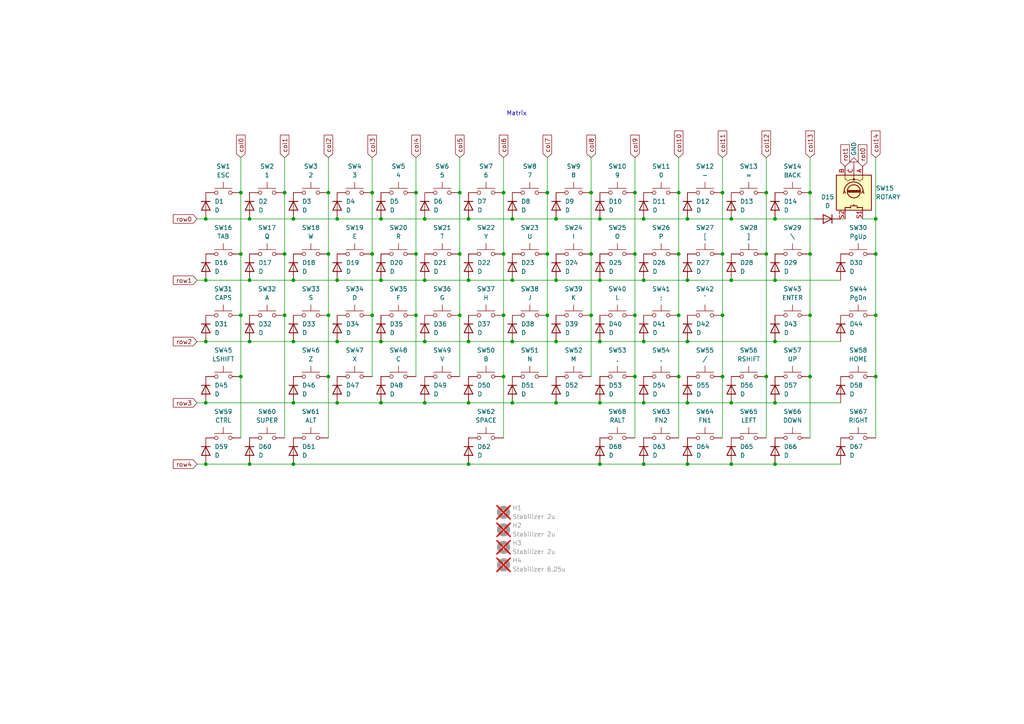
<source format=kicad_sch>
(kicad_sch (version 20250114) (generator "eeschema") (generator_version "9.0")
  (paper "A4")
  (title_block (title "MOD65") (date "2025-01-20") (rev "1") (company "umbacos"))
  (text "Matrix" (at 149.86 33.02 0) (effects (font (size 1.27 1.27))))
  (junction (at 254 73.66))
  (junction (at 173.99 63.5))
  (junction (at 173.99 99.06))
  (junction (at 171.45 55.88))
  (junction (at 110.49 81.28))
  (junction (at 209.55 91.44))
  (junction (at 196.85 91.44))
  (junction (at 224.79 116.84))
  (junction (at 212.09 116.84))
  (junction (at 224.79 134.62))
  (junction (at 72.39 134.62))
  (junction (at 82.55 91.44))
  (junction (at 97.79 81.28))
  (junction (at 135.89 63.5))
  (junction (at 234.95 73.66))
  (junction (at 69.85 73.66))
  (junction (at 135.89 99.06))
  (junction (at 97.79 116.84))
  (junction (at 171.45 91.44))
  (junction (at 95.25 91.44))
  (junction (at 199.39 81.28))
  (junction (at 72.39 81.28))
  (junction (at 133.35 91.44))
  (junction (at 186.69 99.06))
  (junction (at 97.79 63.5))
  (junction (at 123.19 63.5))
  (junction (at 95.25 109.22))
  (junction (at 222.25 109.22))
  (junction (at 212.09 81.28))
  (junction (at 209.55 55.88))
  (junction (at 222.25 73.66))
  (junction (at 186.69 63.5))
  (junction (at 146.05 73.66))
  (junction (at 196.85 109.22))
  (junction (at 186.69 81.28))
  (junction (at 224.79 63.5))
  (junction (at 161.29 116.84))
  (junction (at 173.99 134.62))
  (junction (at 133.35 73.66))
  (junction (at 212.09 134.62))
  (junction (at 158.75 91.44))
  (junction (at 184.15 91.44))
  (junction (at 158.75 73.66))
  (junction (at 186.69 116.84))
  (junction (at 120.65 55.88))
  (junction (at 146.05 55.88))
  (junction (at 85.09 134.62))
  (junction (at 85.09 116.84))
  (junction (at 72.39 63.5))
  (junction (at 107.95 91.44))
  (junction (at 234.95 91.44))
  (junction (at 123.19 81.28))
  (junction (at 110.49 63.5))
  (junction (at 199.39 134.62))
  (junction (at 82.55 73.66))
  (junction (at 196.85 55.88))
  (junction (at 161.29 81.28))
  (junction (at 69.85 109.22))
  (junction (at 209.55 109.22))
  (junction (at 148.59 116.84))
  (junction (at 224.79 81.28))
  (junction (at 59.69 116.84))
  (junction (at 59.69 63.5))
  (junction (at 222.25 55.88))
  (junction (at 148.59 63.5))
  (junction (at 161.29 63.5))
  (junction (at 120.65 73.66))
  (junction (at 184.15 109.22))
  (junction (at 85.09 81.28))
  (junction (at 146.05 91.44))
  (junction (at 254 63.5))
  (junction (at 123.19 99.06))
  (junction (at 173.99 116.84))
  (junction (at 146.05 109.22))
  (junction (at 186.69 134.62))
  (junction (at 199.39 99.06))
  (junction (at 135.89 116.84))
  (junction (at 254 91.44))
  (junction (at 107.95 73.66))
  (junction (at 110.49 99.06))
  (junction (at 97.79 99.06))
  (junction (at 72.39 99.06))
  (junction (at 199.39 116.84))
  (junction (at 95.25 73.66))
  (junction (at 173.99 81.28))
  (junction (at 158.75 55.88))
  (junction (at 161.29 99.06))
  (junction (at 69.85 91.44))
  (junction (at 135.89 81.28))
  (junction (at 82.55 55.88))
  (junction (at 59.69 134.62))
  (junction (at 199.39 63.5))
  (junction (at 209.55 73.66))
  (junction (at 171.45 73.66))
  (junction (at 85.09 63.5))
  (junction (at 95.25 55.88))
  (junction (at 133.35 55.88))
  (junction (at 107.95 55.88))
  (junction (at 120.65 91.44))
  (junction (at 148.59 81.28))
  (junction (at 196.85 73.66))
  (junction (at 123.19 116.84))
  (junction (at 148.59 99.06))
  (junction (at 212.09 63.5))
  (junction (at 254 109.22))
  (junction (at 184.15 55.88))
  (junction (at 59.69 81.28))
  (junction (at 69.85 55.88))
  (junction (at 85.09 99.06))
  (junction (at 224.79 99.06))
  (junction (at 234.95 55.88))
  (junction (at 59.69 99.06))
  (junction (at 184.15 73.66))
  (junction (at 135.89 134.62))
  (junction (at 234.95 109.22))
  (junction (at 110.49 116.84))
  (wire (pts (xy 184.15 73.66) (xy 184.15 91.44)))
  (wire (pts (xy 135.89 81.28) (xy 148.59 81.28)))
  (wire (pts (xy 146.05 73.66) (xy 146.05 91.44)))
  (wire (pts (xy 158.75 55.88) (xy 158.75 73.66)))
  (wire (pts (xy 209.55 73.66) (xy 209.55 91.44)))
  (wire (pts (xy 135.89 99.06) (xy 148.59 99.06)))
  (wire (pts (xy 173.99 63.5) (xy 186.69 63.5)))
  (wire (pts (xy 97.79 63.5) (xy 110.49 63.5)))
  (wire (pts (xy 133.35 91.44) (xy 133.35 109.22)))
  (wire (pts (xy 135.89 63.5) (xy 148.59 63.5)))
  (wire (pts (xy 243.84 63.5) (xy 245.11 63.5)))
  (wire (pts (xy 72.39 99.06) (xy 85.09 99.06)))
  (wire (pts (xy 146.05 109.22) (xy 146.05 127)))
  (wire (pts (xy 120.65 73.66) (xy 120.65 91.44)))
  (wire (pts (xy 196.85 91.44) (xy 196.85 109.22)))
  (wire (pts (xy 158.75 45.72) (xy 158.75 55.88)))
  (wire (pts (xy 224.79 134.62) (xy 243.84 134.62)))
  (wire (pts (xy 69.85 91.44) (xy 69.85 109.22)))
  (wire (pts (xy 148.59 116.84) (xy 161.29 116.84)))
  (wire (pts (xy 171.45 45.72) (xy 171.45 55.88)))
  (wire (pts (xy 212.09 134.62) (xy 224.79 134.62)))
  (wire (pts (xy 222.25 45.72) (xy 222.25 55.88)))
  (wire (pts (xy 209.55 45.72) (xy 209.55 55.88)))
  (wire (pts (xy 133.35 55.88) (xy 133.35 73.66)))
  (wire (pts (xy 161.29 116.84) (xy 173.99 116.84)))
  (wire (pts (xy 107.95 45.72) (xy 107.95 55.88)))
  (wire (pts (xy 120.65 45.72) (xy 120.65 55.88)))
  (wire (pts (xy 224.79 81.28) (xy 243.84 81.28)))
  (wire (pts (xy 196.85 73.66) (xy 196.85 91.44)))
  (wire (pts (xy 107.95 55.88) (xy 107.95 73.66)))
  (wire (pts (xy 135.89 134.62) (xy 173.99 134.62)))
  (wire (pts (xy 184.15 91.44) (xy 184.15 109.22)))
  (wire (pts (xy 199.39 63.5) (xy 212.09 63.5)))
  (wire (pts (xy 57.15 81.28) (xy 59.69 81.28)))
  (wire (pts (xy 209.55 91.44) (xy 209.55 109.22)))
  (wire (pts (xy 133.35 45.72) (xy 133.35 55.88)))
  (wire (pts (xy 148.59 99.06) (xy 161.29 99.06)))
  (wire (pts (xy 85.09 99.06) (xy 97.79 99.06)))
  (wire (pts (xy 146.05 55.88) (xy 146.05 73.66)))
  (wire (pts (xy 95.25 91.44) (xy 95.25 109.22)))
  (wire (pts (xy 196.85 109.22) (xy 196.85 127)))
  (wire (pts (xy 59.69 134.62) (xy 72.39 134.62)))
  (wire (pts (xy 186.69 81.28) (xy 199.39 81.28)))
  (wire (pts (xy 97.79 99.06) (xy 110.49 99.06)))
  (wire (pts (xy 146.05 91.44) (xy 146.05 109.22)))
  (wire (pts (xy 196.85 45.72) (xy 196.85 55.88)))
  (wire (pts (xy 254 109.22) (xy 254 127)))
  (wire (pts (xy 148.59 63.5) (xy 161.29 63.5)))
  (wire (pts (xy 123.19 63.5) (xy 135.89 63.5)))
  (wire (pts (xy 186.69 116.84) (xy 199.39 116.84)))
  (wire (pts (xy 171.45 73.66) (xy 171.45 91.44)))
  (wire (pts (xy 110.49 99.06) (xy 123.19 99.06)))
  (wire (pts (xy 107.95 91.44) (xy 107.95 109.22)))
  (wire (pts (xy 69.85 55.88) (xy 69.85 73.66)))
  (wire (pts (xy 184.15 55.88) (xy 184.15 73.66)))
  (wire (pts (xy 110.49 116.84) (xy 123.19 116.84)))
  (wire (pts (xy 199.39 116.84) (xy 212.09 116.84)))
  (wire (pts (xy 250.19 63.5) (xy 254 63.5)))
  (wire (pts (xy 224.79 99.06) (xy 243.84 99.06)))
  (wire (pts (xy 171.45 91.44) (xy 171.45 109.22)))
  (wire (pts (xy 222.25 73.66) (xy 222.25 109.22)))
  (wire (pts (xy 222.25 109.22) (xy 222.25 127)))
  (wire (pts (xy 173.99 99.06) (xy 186.69 99.06)))
  (wire (pts (xy 254 91.44) (xy 254 109.22)))
  (wire (pts (xy 95.25 109.22) (xy 95.25 127)))
  (wire (pts (xy 173.99 116.84) (xy 186.69 116.84)))
  (wire (pts (xy 186.69 63.5) (xy 199.39 63.5)))
  (wire (pts (xy 97.79 116.84) (xy 110.49 116.84)))
  (wire (pts (xy 69.85 109.22) (xy 69.85 127)))
  (wire (pts (xy 82.55 45.72) (xy 82.55 55.88)))
  (wire (pts (xy 85.09 63.5) (xy 97.79 63.5)))
  (wire (pts (xy 161.29 81.28) (xy 173.99 81.28)))
  (wire (pts (xy 158.75 91.44) (xy 158.75 109.22)))
  (wire (pts (xy 161.29 99.06) (xy 173.99 99.06)))
  (wire (pts (xy 95.25 45.72) (xy 95.25 55.88)))
  (wire (pts (xy 212.09 63.5) (xy 224.79 63.5)))
  (wire (pts (xy 234.95 73.66) (xy 234.95 91.44)))
  (wire (pts (xy 97.79 81.28) (xy 110.49 81.28)))
  (wire (pts (xy 69.85 45.72) (xy 69.85 55.88)))
  (wire (pts (xy 148.59 81.28) (xy 161.29 81.28)))
  (wire (pts (xy 69.85 73.66) (xy 69.85 91.44)))
  (wire (pts (xy 120.65 91.44) (xy 120.65 109.22)))
  (wire (pts (xy 254 73.66) (xy 254 91.44)))
  (wire (pts (xy 133.35 73.66) (xy 133.35 91.44)))
  (wire (pts (xy 234.95 109.22) (xy 234.95 127)))
  (wire (pts (xy 212.09 116.84) (xy 224.79 116.84)))
  (wire (pts (xy 135.89 116.84) (xy 148.59 116.84)))
  (wire (pts (xy 57.15 99.06) (xy 59.69 99.06)))
  (wire (pts (xy 224.79 63.5) (xy 236.22 63.5)))
  (wire (pts (xy 85.09 116.84) (xy 97.79 116.84)))
  (wire (pts (xy 224.79 116.84) (xy 243.84 116.84)))
  (wire (pts (xy 107.95 73.66) (xy 107.95 91.44)))
  (wire (pts (xy 161.29 63.5) (xy 173.99 63.5)))
  (wire (pts (xy 72.39 134.62) (xy 85.09 134.62)))
  (wire (pts (xy 82.55 55.88) (xy 82.55 73.66)))
  (wire (pts (xy 85.09 134.62) (xy 135.89 134.62)))
  (wire (pts (xy 110.49 63.5) (xy 123.19 63.5)))
  (wire (pts (xy 146.05 45.72) (xy 146.05 55.88)))
  (wire (pts (xy 184.15 45.72) (xy 184.15 55.88)))
  (wire (pts (xy 254 63.5) (xy 254 73.66)))
  (wire (pts (xy 59.69 81.28) (xy 72.39 81.28)))
  (wire (pts (xy 82.55 91.44) (xy 82.55 127)))
  (wire (pts (xy 171.45 55.88) (xy 171.45 73.66)))
  (wire (pts (xy 82.55 73.66) (xy 82.55 91.44)))
  (wire (pts (xy 72.39 81.28) (xy 85.09 81.28)))
  (wire (pts (xy 158.75 73.66) (xy 158.75 91.44)))
  (wire (pts (xy 57.15 134.62) (xy 59.69 134.62)))
  (wire (pts (xy 173.99 81.28) (xy 186.69 81.28)))
  (wire (pts (xy 95.25 73.66) (xy 95.25 91.44)))
  (wire (pts (xy 186.69 134.62) (xy 199.39 134.62)))
  (wire (pts (xy 254 45.72) (xy 254 63.5)))
  (wire (pts (xy 199.39 134.62) (xy 212.09 134.62)))
  (wire (pts (xy 123.19 116.84) (xy 135.89 116.84)))
  (wire (pts (xy 234.95 55.88) (xy 234.95 73.66)))
  (wire (pts (xy 199.39 99.06) (xy 224.79 99.06)))
  (wire (pts (xy 57.15 116.84) (xy 59.69 116.84)))
  (wire (pts (xy 222.25 55.88) (xy 222.25 73.66)))
  (wire (pts (xy 85.09 81.28) (xy 97.79 81.28)))
  (wire (pts (xy 110.49 81.28) (xy 123.19 81.28)))
  (wire (pts (xy 184.15 109.22) (xy 184.15 127)))
  (wire (pts (xy 57.15 63.5) (xy 59.69 63.5)))
  (wire (pts (xy 120.65 55.88) (xy 120.65 73.66)))
  (wire (pts (xy 173.99 134.62) (xy 186.69 134.62)))
  (wire (pts (xy 59.69 63.5) (xy 72.39 63.5)))
  (wire (pts (xy 212.09 81.28) (xy 224.79 81.28)))
  (wire (pts (xy 59.69 99.06) (xy 72.39 99.06)))
  (wire (pts (xy 186.69 99.06) (xy 199.39 99.06)))
  (wire (pts (xy 199.39 81.28) (xy 212.09 81.28)))
  (wire (pts (xy 196.85 55.88) (xy 196.85 73.66)))
  (wire (pts (xy 95.25 55.88) (xy 95.25 73.66)))
  (wire (pts (xy 209.55 55.88) (xy 209.55 73.66)))
  (wire (pts (xy 123.19 99.06) (xy 135.89 99.06)))
  (wire (pts (xy 234.95 45.72) (xy 234.95 55.88)))
  (wire (pts (xy 209.55 109.22) (xy 209.55 127)))
  (wire (pts (xy 123.19 81.28) (xy 135.89 81.28)))
  (wire (pts (xy 59.69 116.84) (xy 85.09 116.84)))
  (wire (pts (xy 234.95 91.44) (xy 234.95 109.22)))
  (wire (pts (xy 72.39 63.5) (xy 85.09 63.5)))
  (global_label "col10" (shape input) (at 196.85 45.72 90) (property "Intersheetrefs" "${INTERSHEET_REFS}" (effects (hide yes))))
  (global_label "rot1" (shape input) (at 245.11 48.26 90) (property "Intersheetrefs" "${INTERSHEET_REFS}" (effects (hide yes))))
  (global_label "col6" (shape input) (at 146.05 45.72 90) (property "Intersheetrefs" "${INTERSHEET_REFS}" (effects (hide yes))))
  (global_label "col12" (shape input) (at 222.25 45.72 90) (property "Intersheetrefs" "${INTERSHEET_REFS}" (effects (hide yes))))
  (global_label "col9" (shape input) (at 184.15 45.72 90) (property "Intersheetrefs" "${INTERSHEET_REFS}" (effects (hide yes))))
  (global_label "row3" (shape input) (at 57.15 116.84 180) (property "Intersheetrefs" "${INTERSHEET_REFS}" (effects (hide yes))))
  (global_label "col11" (shape input) (at 209.55 45.72 90) (property "Intersheetrefs" "${INTERSHEET_REFS}" (effects (hide yes))))
  (global_label "col4" (shape input) (at 120.65 45.72 90) (property "Intersheetrefs" "${INTERSHEET_REFS}" (effects (hide yes))))
  (global_label "row1" (shape input) (at 57.15 81.28 180) (property "Intersheetrefs" "${INTERSHEET_REFS}" (effects (hide yes))))
  (global_label "col14" (shape input) (at 254 45.72 90) (property "Intersheetrefs" "${INTERSHEET_REFS}" (effects (hide yes))))
  (global_label "col7" (shape input) (at 158.75 45.72 90) (property "Intersheetrefs" "${INTERSHEET_REFS}" (effects (hide yes))))
  (global_label "row2" (shape input) (at 57.15 99.06 180) (property "Intersheetrefs" "${INTERSHEET_REFS}" (effects (hide yes))))
  (global_label "row0" (shape input) (at 57.15 63.5 180) (property "Intersheetrefs" "${INTERSHEET_REFS}" (effects (hide yes))))
  (global_label "col8" (shape input) (at 171.45 45.72 90) (property "Intersheetrefs" "${INTERSHEET_REFS}" (effects (hide yes))))
  (global_label "col3" (shape input) (at 107.95 45.72 90) (property "Intersheetrefs" "${INTERSHEET_REFS}" (effects (hide yes))))
  (global_label "rot0" (shape input) (at 250.19 48.26 90) (property "Intersheetrefs" "${INTERSHEET_REFS}" (effects (hide yes))))
  (global_label "col0" (shape input) (at 69.85 45.72 90) (property "Intersheetrefs" "${INTERSHEET_REFS}" (effects (hide yes))))
  (global_label "col13" (shape input) (at 234.95 45.72 90) (property "Intersheetrefs" "${INTERSHEET_REFS}" (effects (hide yes))))
  (global_label "col1" (shape input) (at 82.55 45.72 90) (property "Intersheetrefs" "${INTERSHEET_REFS}" (effects (hide yes))))
  (global_label "col2" (shape input) (at 95.25 45.72 90) (property "Intersheetrefs" "${INTERSHEET_REFS}" (effects (hide yes))))
  (global_label "col5" (shape input) (at 133.35 45.72 90) (property "Intersheetrefs" "${INTERSHEET_REFS}" (effects (hide yes))))
  (global_label "row4" (shape input) (at 57.15 134.62 180) (property "Intersheetrefs" "${INTERSHEET_REFS}" (effects (hide yes))))
  (symbol (lib_id "Switch:SW_Push") (at 140.97 73.66 0) (unit 1)
    (property "Reference" "SW22" (at 140.97 66.04 0))
    (property "Value" "Y" (at 140.97 68.58 0))
    (property "Footprint" "PCM_marbastlib-mx:SW_MX_HS_CPG151101S11_1u" (effects (hide yes)))
    (property "Description" "Y" (effects (hide yes)))
    (property "Part Number" "CPG151101S11-16" (effects (hide yes)))
    (property "JLCPCB Part" "C41430893" (effects (hide yes)))
    (property "FT Rotation Offset" "-180.0" (effects (hide yes)))
    (property "FT Position Offset" "0.635,3.81" (effects (hide yes)))
  )
  (symbol (lib_id "Device:D") (at 212.09 77.47 270) (unit 1)
    (property "Reference" "D28" (at 214.63 76.1999 90) (effects (justify left)))
    (property "Value" "D" (at 214.63 78.7399 90) (effects (justify left)))
    (property "Footprint" "Diode_SMD:D_SOD-323" (effects (hide yes)))
    (property "Description" "Diode" (effects (hide yes)))
    (property "Sim.Device" "D" (effects (hide yes)))
    (property "Sim.Pins" "1=K 2=A" (effects (hide yes)))
    (property "Part Number" "1N4148WS" (effects (hide yes)))
    (property "JLCPCB Part" "C2128" (effects (hide yes)))
  )
  (symbol (lib_id "Switch:SW_Push") (at 64.77 73.66 0) (unit 1)
    (property "Reference" "SW16" (at 64.77 66.04 0))
    (property "Value" "TAB" (at 64.77 68.58 0))
    (property "Footprint" "PCM_marbastlib-mx:SW_MX_HS_CPG151101S11_1u" (effects (hide yes)))
    (property "Description" "TAB" (effects (hide yes)))
    (property "Part Number" "CPG151101S11-16" (effects (hide yes)))
    (property "JLCPCB Part" "C41430893" (effects (hide yes)))
    (property "FT Rotation Offset" "-180.0" (effects (hide yes)))
    (property "FT Position Offset" "0.635,3.81" (effects (hide yes)))
  )
  (symbol (lib_id "Switch:SW_Push") (at 248.92 109.22 0) (unit 1)
    (property "Reference" "SW58" (at 248.92 101.6 0))
    (property "Value" "HOME" (at 248.92 104.14 0))
    (property "Footprint" "PCM_marbastlib-mx:SW_MX_HS_CPG151101S11_1u" (effects (hide yes)))
    (property "Description" "PgDn" (effects (hide yes)))
    (property "Part Number" "CPG151101S11-16" (effects (hide yes)))
    (property "JLCPCB Part" "C41430893" (effects (hide yes)))
    (property "FT Rotation Offset" "-180.0" (effects (hide yes)))
    (property "FT Position Offset" "0.635,3.81" (effects (hide yes)))
  )
  (symbol (lib_id "Switch:SW_Push") (at 64.77 55.88 0) (unit 1)
    (property "Reference" "SW1" (at 64.77 48.26 0))
    (property "Value" "ESC" (at 64.77 50.8 0))
    (property "Footprint" "PCM_marbastlib-mx:SW_MX_HS_CPG151101S11_1u" (effects (hide yes)))
    (property "Description" "ESC" (effects (hide yes)))
    (property "Part Number" "CPG151101S11-16" (effects (hide yes)))
    (property "JLCPCB Part" "C41430893" (effects (hide yes)))
    (property "FT Rotation Offset" "-180.0" (effects (hide yes)))
    (property "FT Position Offset" "0.635,3.81" (effects (hide yes)))
  )
  (symbol (lib_id "Device:D") (at 224.79 113.03 270) (unit 1)
    (property "Reference" "D57" (at 227.33 111.7599 90) (effects (justify left)))
    (property "Value" "D" (at 227.33 114.2999 90) (effects (justify left)))
    (property "Footprint" "Diode_SMD:D_SOD-323" (effects (hide yes)))
    (property "Description" "Diode" (effects (hide yes)))
    (property "Sim.Device" "D" (effects (hide yes)))
    (property "Sim.Pins" "1=K 2=A" (effects (hide yes)))
    (property "Part Number" "1N4148WS" (effects (hide yes)))
    (property "JLCPCB Part" "C2128" (effects (hide yes)))
  )
  (symbol (lib_id "Device:D") (at 199.39 130.81 270) (unit 1)
    (property "Reference" "D64" (at 201.93 129.5399 90) (effects (justify left)))
    (property "Value" "D" (at 201.93 132.0799 90) (effects (justify left)))
    (property "Footprint" "Diode_SMD:D_SOD-323" (effects (hide yes)))
    (property "Description" "Diode" (effects (hide yes)))
    (property "Sim.Device" "D" (effects (hide yes)))
    (property "Sim.Pins" "1=K 2=A" (effects (hide yes)))
    (property "Part Number" "1N4148WS" (effects (hide yes)))
    (property "JLCPCB Part" "C2128" (effects (hide yes)))
  )
  (symbol (lib_id "Device:D") (at 97.79 113.03 270) (unit 1)
    (property "Reference" "D47" (at 100.33 111.7599 90) (effects (justify left)))
    (property "Value" "D" (at 100.33 114.2999 90) (effects (justify left)))
    (property "Footprint" "Diode_SMD:D_SOD-323" (effects (hide yes)))
    (property "Description" "Diode" (effects (hide yes)))
    (property "Sim.Device" "D" (effects (hide yes)))
    (property "Sim.Pins" "1=K 2=A" (effects (hide yes)))
    (property "Part Number" "1N4148WS" (effects (hide yes)))
    (property "JLCPCB Part" "C2128" (effects (hide yes)))
  )
  (symbol (lib_id "Device:D") (at 186.69 95.25 270) (unit 1)
    (property "Reference" "D41" (at 189.23 93.9799 90) (effects (justify left)))
    (property "Value" "D" (at 189.23 96.5199 90) (effects (justify left)))
    (property "Footprint" "Diode_SMD:D_SOD-323" (effects (hide yes)))
    (property "Description" "Diode" (effects (hide yes)))
    (property "Sim.Device" "D" (effects (hide yes)))
    (property "Sim.Pins" "1=K 2=A" (effects (hide yes)))
    (property "Part Number" "1N4148WS" (effects (hide yes)))
    (property "JLCPCB Part" "C2128" (effects (hide yes)))
  )
  (symbol (lib_id "Device:D") (at 240.03 63.5 180) (unit 1)
    (property "Reference" "D15" (at 240.03 57.15 0))
    (property "Value" "D" (at 240.03 59.69 0))
    (property "Footprint" "Diode_SMD:D_SOD-323" (effects (hide yes)))
    (property "Description" "Diode" (effects (hide yes)))
    (property "Sim.Device" "D" (effects (hide yes)))
    (property "Sim.Pins" "1=K 2=A" (effects (hide yes)))
    (property "Part Number" "1N4148WS" (effects (hide yes)))
    (property "JLCPCB Part" "C2128" (effects (hide yes)))
  )
  (symbol (lib_id "Switch:SW_Push") (at 229.87 73.66 0) (unit 1)
    (property "Reference" "SW29" (at 229.87 66.04 0))
    (property "Value" "\\" (at 229.87 68.58 0))
    (property "Footprint" "PCM_marbastlib-mx:SW_MX_HS_CPG151101S11_1u" (effects (hide yes)))
    (property "Description" "\\" (effects (hide yes)))
    (property "Part Number" "CPG151101S11-16" (effects (hide yes)))
    (property "JLCPCB Part" "C41430893" (effects (hide yes)))
    (property "FT Rotation Offset" "-180.0" (effects (hide yes)))
    (property "FT Position Offset" "0.635,3.81" (effects (hide yes)))
  )
  (symbol (lib_id "Switch:SW_Push") (at 77.47 91.44 0) (unit 1)
    (property "Reference" "SW32" (at 77.47 83.82 0))
    (property "Value" "A" (at 77.47 86.36 0))
    (property "Footprint" "PCM_marbastlib-mx:SW_MX_HS_CPG151101S11_1u" (effects (hide yes)))
    (property "Description" "A" (effects (hide yes)))
    (property "Part Number" "CPG151101S11-16" (effects (hide yes)))
    (property "JLCPCB Part" "C41430893" (effects (hide yes)))
    (property "FT Rotation Offset" "-180.0" (effects (hide yes)))
    (property "FT Position Offset" "0.635,3.81" (effects (hide yes)))
  )
  (symbol (lib_id "Switch:SW_Push") (at 77.47 73.66 0) (unit 1)
    (property "Reference" "SW17" (at 77.47 66.04 0))
    (property "Value" "Q" (at 77.47 68.58 0))
    (property "Footprint" "PCM_marbastlib-mx:SW_MX_HS_CPG151101S11_1u" (effects (hide yes)))
    (property "Description" "Q" (effects (hide yes)))
    (property "Part Number" "CPG151101S11-16" (effects (hide yes)))
    (property "JLCPCB Part" "C41430893" (effects (hide yes)))
    (property "FT Rotation Offset" "-180.0" (effects (hide yes)))
    (property "FT Position Offset" "0.635,3.81" (effects (hide yes)))
  )
  (symbol (lib_id "Device:D") (at 224.79 130.81 270) (unit 1)
    (property "Reference" "D66" (at 227.33 129.5399 90) (effects (justify left)))
    (property "Value" "D" (at 227.33 132.0799 90) (effects (justify left)))
    (property "Footprint" "Diode_SMD:D_SOD-323" (effects (hide yes)))
    (property "Description" "Diode" (effects (hide yes)))
    (property "Sim.Device" "D" (effects (hide yes)))
    (property "Sim.Pins" "1=K 2=A" (effects (hide yes)))
    (property "Part Number" "1N4148WS" (effects (hide yes)))
    (property "JLCPCB Part" "C2128" (effects (hide yes)))
  )
  (symbol (lib_id "Device:D") (at 161.29 77.47 270) (unit 1)
    (property "Reference" "D24" (at 163.83 76.1999 90) (effects (justify left)))
    (property "Value" "D" (at 163.83 78.7399 90) (effects (justify left)))
    (property "Footprint" "Diode_SMD:D_SOD-323" (effects (hide yes)))
    (property "Description" "Diode" (effects (hide yes)))
    (property "Sim.Device" "D" (effects (hide yes)))
    (property "Sim.Pins" "1=K 2=A" (effects (hide yes)))
    (property "Part Number" "1N4148WS" (effects (hide yes)))
    (property "JLCPCB Part" "C2128" (effects (hide yes)))
  )
  (symbol (lib_id "Device:D") (at 72.39 95.25 270) (unit 1)
    (property "Reference" "D32" (at 74.93 93.9799 90) (effects (justify left)))
    (property "Value" "D" (at 74.93 96.5199 90) (effects (justify left)))
    (property "Footprint" "Diode_SMD:D_SOD-323" (effects (hide yes)))
    (property "Description" "Diode" (effects (hide yes)))
    (property "Sim.Device" "D" (effects (hide yes)))
    (property "Sim.Pins" "1=K 2=A" (effects (hide yes)))
    (property "Part Number" "1N4148WS" (effects (hide yes)))
    (property "JLCPCB Part" "C2128" (effects (hide yes)))
  )
  (symbol (lib_id "Switch:SW_Push") (at 77.47 127 0) (unit 1)
    (property "Reference" "SW60" (at 77.47 119.38 0))
    (property "Value" "SUPER" (at 77.47 121.92 0))
    (property "Footprint" "PCM_marbastlib-mx:SW_MX_HS_CPG151101S11_1u" (effects (hide yes)))
    (property "Description" "SUPER" (effects (hide yes)))
    (property "Part Number" "CPG151101S11-16" (effects (hide yes)))
    (property "JLCPCB Part" "C41430893" (effects (hide yes)))
    (property "FT Rotation Offset" "-180.0" (effects (hide yes)))
    (property "FT Position Offset" "0.635,3.81" (effects (hide yes)))
  )
  (symbol (lib_id "Device:D") (at 199.39 77.47 270) (unit 1)
    (property "Reference" "D27" (at 201.93 76.1999 90) (effects (justify left)))
    (property "Value" "D" (at 201.93 78.7399 90) (effects (justify left)))
    (property "Footprint" "Diode_SMD:D_SOD-323" (effects (hide yes)))
    (property "Description" "Diode" (effects (hide yes)))
    (property "Sim.Device" "D" (effects (hide yes)))
    (property "Sim.Pins" "1=K 2=A" (effects (hide yes)))
    (property "Part Number" "1N4148WS" (effects (hide yes)))
    (property "JLCPCB Part" "C2128" (effects (hide yes)))
  )
  (symbol (lib_id "Device:D") (at 135.89 77.47 270) (unit 1)
    (property "Reference" "D22" (at 138.43 76.1999 90) (effects (justify left)))
    (property "Value" "D" (at 138.43 78.7399 90) (effects (justify left)))
    (property "Footprint" "Diode_SMD:D_SOD-323" (effects (hide yes)))
    (property "Description" "Diode" (effects (hide yes)))
    (property "Sim.Device" "D" (effects (hide yes)))
    (property "Sim.Pins" "1=K 2=A" (effects (hide yes)))
    (property "Part Number" "1N4148WS" (effects (hide yes)))
    (property "JLCPCB Part" "C2128" (effects (hide yes)))
  )
  (symbol (lib_id "Device:D") (at 148.59 95.25 270) (unit 1)
    (property "Reference" "D38" (at 151.13 93.9799 90) (effects (justify left)))
    (property "Value" "D" (at 151.13 96.5199 90) (effects (justify left)))
    (property "Footprint" "Diode_SMD:D_SOD-323" (effects (hide yes)))
    (property "Description" "Diode" (effects (hide yes)))
    (property "Sim.Device" "D" (effects (hide yes)))
    (property "Sim.Pins" "1=K 2=A" (effects (hide yes)))
    (property "Part Number" "1N4148WS" (effects (hide yes)))
    (property "JLCPCB Part" "C2128" (effects (hide yes)))
  )
  (symbol (lib_id "Switch:SW_Push") (at 229.87 55.88 0) (unit 1)
    (property "Reference" "SW14" (at 229.87 48.26 0))
    (property "Value" "BACK" (at 229.87 50.8 0))
    (property "Footprint" "PCM_marbastlib-mx:SW_MX_HS_CPG151101S11_1u" (effects (hide yes)))
    (property "Description" "BACK" (effects (hide yes)))
    (property "Part Number" "CPG151101S11-16" (effects (hide yes)))
    (property "JLCPCB Part" "C41430893" (effects (hide yes)))
    (property "FT Rotation Offset" "-180.0" (effects (hide yes)))
    (property "FT Position Offset" "0.635,3.81" (effects (hide yes)))
  )
  (symbol (lib_id "Device:D") (at 148.59 59.69 270) (unit 1)
    (property "Reference" "D8" (at 151.13 58.4199 90) (effects (justify left)))
    (property "Value" "D" (at 151.13 60.9599 90) (effects (justify left)))
    (property "Footprint" "Diode_SMD:D_SOD-323" (effects (hide yes)))
    (property "Description" "Diode" (effects (hide yes)))
    (property "Sim.Device" "D" (effects (hide yes)))
    (property "Sim.Pins" "1=K 2=A" (effects (hide yes)))
    (property "Part Number" "1N4148WS" (effects (hide yes)))
    (property "JLCPCB Part" "C2128" (effects (hide yes)))
  )
  (symbol (lib_id "Device:D") (at 161.29 113.03 270) (unit 1)
    (property "Reference" "D52" (at 163.83 111.7599 90) (effects (justify left)))
    (property "Value" "D" (at 163.83 114.2999 90) (effects (justify left)))
    (property "Footprint" "Diode_SMD:D_SOD-323" (effects (hide yes)))
    (property "Description" "Diode" (effects (hide yes)))
    (property "Sim.Device" "D" (effects (hide yes)))
    (property "Sim.Pins" "1=K 2=A" (effects (hide yes)))
    (property "Part Number" "1N4148WS" (effects (hide yes)))
    (property "JLCPCB Part" "C2128" (effects (hide yes)))
  )
  (symbol (lib_id "Switch:SW_Push") (at 64.77 127 0) (unit 1)
    (property "Reference" "SW59" (at 64.77 119.38 0))
    (property "Value" "CTRL" (at 64.77 121.92 0))
    (property "Footprint" "PCM_marbastlib-mx:SW_MX_HS_CPG151101S11_1u" (effects (hide yes)))
    (property "Description" "CTRL" (effects (hide yes)))
    (property "Part Number" "CPG151101S11-16" (effects (hide yes)))
    (property "JLCPCB Part" "C41430893" (effects (hide yes)))
    (property "FT Rotation Offset" "-180.0" (effects (hide yes)))
    (property "FT Position Offset" "0.635,3.81" (effects (hide yes)))
  )
  (symbol (lib_id "Switch:SW_Push") (at 64.77 91.44 0) (unit 1)
    (property "Reference" "SW31" (at 64.77 83.82 0))
    (property "Value" "CAPS" (at 64.77 86.36 0))
    (property "Footprint" "PCM_marbastlib-mx:SW_MX_HS_CPG151101S11_1u" (effects (hide yes)))
    (property "Description" "CAPS" (effects (hide yes)))
    (property "Part Number" "CPG151101S11-16" (effects (hide yes)))
    (property "JLCPCB Part" "C41430893" (effects (hide yes)))
    (property "FT Rotation Offset" "-180.0" (effects (hide yes)))
    (property "FT Position Offset" "0.635,3.81" (effects (hide yes)))
  )
  (symbol (lib_id "Device:D") (at 161.29 95.25 270) (unit 1)
    (property "Reference" "D39" (at 163.83 93.9799 90) (effects (justify left)))
    (property "Value" "D" (at 163.83 96.5199 90) (effects (justify left)))
    (property "Footprint" "Diode_SMD:D_SOD-323" (effects (hide yes)))
    (property "Description" "Diode" (effects (hide yes)))
    (property "Sim.Device" "D" (effects (hide yes)))
    (property "Sim.Pins" "1=K 2=A" (effects (hide yes)))
    (property "Part Number" "1N4148WS" (effects (hide yes)))
    (property "JLCPCB Part" "C2128" (effects (hide yes)))
  )
  (symbol (lib_id "Switch:SW_Push") (at 166.37 91.44 0) (unit 1)
    (property "Reference" "SW39" (at 166.37 83.82 0))
    (property "Value" "K" (at 166.37 86.36 0))
    (property "Footprint" "PCM_marbastlib-mx:SW_MX_HS_CPG151101S11_1u" (effects (hide yes)))
    (property "Description" "K" (effects (hide yes)))
    (property "Part Number" "CPG151101S11-16" (effects (hide yes)))
    (property "JLCPCB Part" "C41430893" (effects (hide yes)))
    (property "FT Rotation Offset" "-180.0" (effects (hide yes)))
    (property "FT Position Offset" "0.635,3.81" (effects (hide yes)))
  )
  (symbol (lib_id "Device:D") (at 85.09 95.25 270) (unit 1)
    (property "Reference" "D33" (at 87.63 93.9799 90) (effects (justify left)))
    (property "Value" "D" (at 87.63 96.5199 90) (effects (justify left)))
    (property "Footprint" "Diode_SMD:D_SOD-323" (effects (hide yes)))
    (property "Description" "Diode" (effects (hide yes)))
    (property "Sim.Device" "D" (effects (hide yes)))
    (property "Sim.Pins" "1=K 2=A" (effects (hide yes)))
    (property "Part Number" "1N4148WS" (effects (hide yes)))
    (property "JLCPCB Part" "C2128" (effects (hide yes)))
  )
  (symbol (lib_id "Switch:SW_Push") (at 217.17 109.22 0) (unit 1)
    (property "Reference" "SW56" (at 217.17 101.6 0))
    (property "Value" "RSHIFT" (at 217.17 104.14 0))
    (property "Footprint" "PCM_marbastlib-mx:SW_MX_HS_CPG151101S11_1u" (effects (hide yes)))
    (property "Description" "RSHIFT" (effects (hide yes)))
    (property "Part Number" "CPG151101S11-16" (effects (hide yes)))
    (property "JLCPCB Part" "C41430893" (effects (hide yes)))
    (property "FT Rotation Offset" "-180.0" (effects (hide yes)))
    (property "FT Position Offset" "0.635,3.81" (effects (hide yes)))
  )
  (symbol (lib_id "Device:D") (at 72.39 77.47 270) (unit 1)
    (property "Reference" "D17" (at 74.93 76.1999 90) (effects (justify left)))
    (property "Value" "D" (at 74.93 78.7399 90) (effects (justify left)))
    (property "Footprint" "Diode_SMD:D_SOD-323" (effects (hide yes)))
    (property "Description" "Diode" (effects (hide yes)))
    (property "Sim.Device" "D" (effects (hide yes)))
    (property "Sim.Pins" "1=K 2=A" (effects (hide yes)))
    (property "Part Number" "1N4148WS" (effects (hide yes)))
    (property "JLCPCB Part" "C2128" (effects (hide yes)))
  )
  (symbol (lib_id "power:GND") (at 247.65 48.26 180) (unit 1)
    (property "Reference" "#PWR012" (effects (hide yes)))
    (property "Value" "GND" (at 247.65 43.18 90))
    (property "Description" "Power symbol creates a global label with name \"GND\" , ground" (effects (hide yes)))
  )
  (symbol (lib_id "Switch:SW_Push") (at 229.87 109.22 0) (unit 1)
    (property "Reference" "SW57" (at 229.87 101.6 0))
    (property "Value" "UP" (at 229.87 104.14 0))
    (property "Footprint" "PCM_marbastlib-mx:SW_MX_HS_CPG151101S11_1u" (effects (hide yes)))
    (property "Description" "UP" (effects (hide yes)))
    (property "Part Number" "CPG151101S11-16" (effects (hide yes)))
    (property "JLCPCB Part" "C41430893" (effects (hide yes)))
    (property "FT Rotation Offset" "-180.0" (effects (hide yes)))
    (property "FT Position Offset" "0.635,3.81" (effects (hide yes)))
  )
  (symbol (lib_id "Switch:SW_Push") (at 140.97 91.44 0) (unit 1)
    (property "Reference" "SW37" (at 140.97 83.82 0))
    (property "Value" "H" (at 140.97 86.36 0))
    (property "Footprint" "PCM_marbastlib-mx:SW_MX_HS_CPG151101S11_1u" (effects (hide yes)))
    (property "Description" "H" (effects (hide yes)))
    (property "Part Number" "CPG151101S11-16" (effects (hide yes)))
    (property "JLCPCB Part" "C41430893" (effects (hide yes)))
    (property "FT Rotation Offset" "-180.0" (effects (hide yes)))
    (property "FT Position Offset" "0.635,3.81" (effects (hide yes)))
  )
  (symbol (lib_id "Device:D") (at 110.49 95.25 270) (unit 1)
    (property "Reference" "D35" (at 113.03 93.9799 90) (effects (justify left)))
    (property "Value" "D" (at 113.03 96.5199 90) (effects (justify left)))
    (property "Footprint" "Diode_SMD:D_SOD-323" (effects (hide yes)))
    (property "Description" "Diode" (effects (hide yes)))
    (property "Sim.Device" "D" (effects (hide yes)))
    (property "Sim.Pins" "1=K 2=A" (effects (hide yes)))
    (property "Part Number" "1N4148WS" (effects (hide yes)))
    (property "JLCPCB Part" "C2128" (effects (hide yes)))
  )
  (symbol (lib_id "Switch:SW_Push") (at 90.17 127 0) (unit 1)
    (property "Reference" "SW61" (at 90.17 119.38 0))
    (property "Value" "ALT" (at 90.17 121.92 0))
    (property "Footprint" "PCM_marbastlib-mx:SW_MX_HS_CPG151101S11_1u" (effects (hide yes)))
    (property "Description" "ALT" (effects (hide yes)))
    (property "Part Number" "CPG151101S11-16" (effects (hide yes)))
    (property "JLCPCB Part" "C41430893" (effects (hide yes)))
    (property "FT Rotation Offset" "-180.0" (effects (hide yes)))
    (property "FT Position Offset" "0.635,3.81" (effects (hide yes)))
  )
  (symbol (lib_id "Switch:SW_Push") (at 140.97 127 0) (unit 1)
    (property "Reference" "SW62" (at 140.97 119.38 0))
    (property "Value" "SPACE" (at 140.97 121.92 0))
    (property "Footprint" "PCM_marbastlib-mx:SW_MX_HS_CPG151101S11_1u" (effects (hide yes)))
    (property "Description" "SPACE" (effects (hide yes)))
    (property "Part Number" "CPG151101S11-16" (effects (hide yes)))
    (property "JLCPCB Part" "C41430893" (effects (hide yes)))
    (property "FT Rotation Offset" "-180.0" (effects (hide yes)))
    (property "FT Position Offset" "0.635,3.81" (effects (hide yes)))
  )
  (symbol (lib_id "Switch:SW_Push") (at 229.87 91.44 0) (unit 1)
    (property "Reference" "SW43" (at 229.87 83.82 0))
    (property "Value" "ENTER" (at 229.87 86.36 0))
    (property "Footprint" "PCM_marbastlib-mx:SW_MX_HS_CPG151101S11_1u" (effects (hide yes)))
    (property "Description" "ENTER" (effects (hide yes)))
    (property "Part Number" "CPG151101S11-16" (effects (hide yes)))
    (property "JLCPCB Part" "C41430893" (effects (hide yes)))
    (property "FT Rotation Offset" "-180.0" (effects (hide yes)))
    (property "FT Position Offset" "0.635,3.81" (effects (hide yes)))
  )
  (symbol (lib_id "Device:D") (at 72.39 130.81 270) (unit 1)
    (property "Reference" "D60" (at 74.93 129.5399 90) (effects (justify left)))
    (property "Value" "D" (at 74.93 132.0799 90) (effects (justify left)))
    (property "Footprint" "Diode_SMD:D_SOD-323" (effects (hide yes)))
    (property "Description" "Diode" (effects (hide yes)))
    (property "Sim.Device" "D" (effects (hide yes)))
    (property "Sim.Pins" "1=K 2=A" (effects (hide yes)))
    (property "Part Number" "1N4148WS" (effects (hide yes)))
    (property "JLCPCB Part" "C2128" (effects (hide yes)))
  )
  (symbol (lib_id "Device:D") (at 59.69 77.47 270) (unit 1)
    (property "Reference" "D16" (at 62.23 76.1999 90) (effects (justify left)))
    (property "Value" "D" (at 62.23 78.7399 90) (effects (justify left)))
    (property "Footprint" "Diode_SMD:D_SOD-323" (effects (hide yes)))
    (property "Description" "Diode" (effects (hide yes)))
    (property "Sim.Device" "D" (effects (hide yes)))
    (property "Sim.Pins" "1=K 2=A" (effects (hide yes)))
    (property "Part Number" "1N4148WS" (effects (hide yes)))
    (property "JLCPCB Part" "C2128" (effects (hide yes)))
  )
  (symbol (lib_id "Switch:SW_Push") (at 153.67 73.66 0) (unit 1)
    (property "Reference" "SW23" (at 153.67 66.04 0))
    (property "Value" "U" (at 153.67 68.58 0))
    (property "Footprint" "PCM_marbastlib-mx:SW_MX_HS_CPG151101S11_1u" (effects (hide yes)))
    (property "Description" "U" (effects (hide yes)))
    (property "Part Number" "CPG151101S11-16" (effects (hide yes)))
    (property "JLCPCB Part" "C41430893" (effects (hide yes)))
    (property "FT Rotation Offset" "-180.0" (effects (hide yes)))
    (property "FT Position Offset" "0.635,3.81" (effects (hide yes)))
  )
  (symbol (lib_id "Switch:SW_Push") (at 179.07 109.22 0) (unit 1)
    (property "Reference" "SW53" (at 179.07 101.6 0))
    (property "Value" "," (at 179.07 104.14 0))
    (property "Footprint" "PCM_marbastlib-mx:SW_MX_HS_CPG151101S11_1u" (effects (hide yes)))
    (property "Description" "," (effects (hide yes)))
    (property "Part Number" "CPG151101S11-16" (effects (hide yes)))
    (property "JLCPCB Part" "C41430893" (effects (hide yes)))
    (property "FT Rotation Offset" "-180.0" (effects (hide yes)))
    (property "FT Position Offset" "0.635,3.81" (effects (hide yes)))
  )
  (symbol (lib_id "Device:D") (at 199.39 113.03 270) (unit 1)
    (property "Reference" "D55" (at 201.93 111.7599 90) (effects (justify left)))
    (property "Value" "D" (at 201.93 114.2999 90) (effects (justify left)))
    (property "Footprint" "Diode_SMD:D_SOD-323" (effects (hide yes)))
    (property "Description" "Diode" (effects (hide yes)))
    (property "Sim.Device" "D" (effects (hide yes)))
    (property "Sim.Pins" "1=K 2=A" (effects (hide yes)))
    (property "Part Number" "1N4148WS" (effects (hide yes)))
    (property "JLCPCB Part" "C2128" (effects (hide yes)))
  )
  (symbol (lib_id "Switch:SW_Push") (at 204.47 73.66 0) (unit 1)
    (property "Reference" "SW27" (at 204.47 66.04 0))
    (property "Value" "[" (at 204.47 68.58 0))
    (property "Footprint" "PCM_marbastlib-mx:SW_MX_HS_CPG151101S11_1u" (effects (hide yes)))
    (property "Description" "[" (effects (hide yes)))
    (property "Part Number" "CPG151101S11-16" (effects (hide yes)))
    (property "JLCPCB Part" "C41430893" (effects (hide yes)))
    (property "FT Rotation Offset" "-180.0" (effects (hide yes)))
    (property "FT Position Offset" "0.635,3.81" (effects (hide yes)))
  )
  (symbol (lib_id "Switch:SW_Push") (at 229.87 127 0) (unit 1)
    (property "Reference" "SW66" (at 229.87 119.38 0))
    (property "Value" "DOWN" (at 229.87 121.92 0))
    (property "Footprint" "PCM_marbastlib-mx:SW_MX_HS_CPG151101S11_1u" (effects (hide yes)))
    (property "Description" "DOWN" (effects (hide yes)))
    (property "Part Number" "CPG151101S11-16" (effects (hide yes)))
    (property "JLCPCB Part" "C41430893" (effects (hide yes)))
    (property "FT Rotation Offset" "-180.0" (effects (hide yes)))
    (property "FT Position Offset" "0.635,3.81" (effects (hide yes)))
  )
  (symbol (lib_id "Device:D") (at 148.59 113.03 270) (unit 1)
    (property "Reference" "D51" (at 151.13 111.7599 90) (effects (justify left)))
    (property "Value" "D" (at 151.13 114.2999 90) (effects (justify left)))
    (property "Footprint" "Diode_SMD:D_SOD-323" (effects (hide yes)))
    (property "Description" "Diode" (effects (hide yes)))
    (property "Sim.Device" "D" (effects (hide yes)))
    (property "Sim.Pins" "1=K 2=A" (effects (hide yes)))
    (property "Part Number" "1N4148WS" (effects (hide yes)))
    (property "JLCPCB Part" "C2128" (effects (hide yes)))
  )
  (symbol (lib_id "Switch:SW_Push") (at 102.87 73.66 0) (unit 1)
    (property "Reference" "SW19" (at 102.87 66.04 0))
    (property "Value" "E" (at 102.87 68.58 0))
    (property "Footprint" "PCM_marbastlib-mx:SW_MX_HS_CPG151101S11_1u" (effects (hide yes)))
    (property "Description" "E" (effects (hide yes)))
    (property "Part Number" "CPG151101S11-16" (effects (hide yes)))
    (property "JLCPCB Part" "C41430893" (effects (hide yes)))
    (property "FT Rotation Offset" "-180.0" (effects (hide yes)))
    (property "FT Position Offset" "0.635,3.81" (effects (hide yes)))
  )
  (symbol (lib_id "Device:D") (at 123.19 113.03 270) (unit 1)
    (property "Reference" "D49" (at 125.73 111.7599 90) (effects (justify left)))
    (property "Value" "D" (at 125.73 114.2999 90) (effects (justify left)))
    (property "Footprint" "Diode_SMD:D_SOD-323" (effects (hide yes)))
    (property "Description" "Diode" (effects (hide yes)))
    (property "Sim.Device" "D" (effects (hide yes)))
    (property "Sim.Pins" "1=K 2=A" (effects (hide yes)))
    (property "Part Number" "1N4148WS" (effects (hide yes)))
    (property "JLCPCB Part" "C2128" (effects (hide yes)))
  )
  (symbol (lib_id "Device:D") (at 97.79 95.25 270) (unit 1)
    (property "Reference" "D34" (at 100.33 93.9799 90) (effects (justify left)))
    (property "Value" "D" (at 100.33 96.5199 90) (effects (justify left)))
    (property "Footprint" "Diode_SMD:D_SOD-323" (effects (hide yes)))
    (property "Description" "Diode" (effects (hide yes)))
    (property "Sim.Device" "D" (effects (hide yes)))
    (property "Sim.Pins" "1=K 2=A" (effects (hide yes)))
    (property "Part Number" "1N4148WS" (effects (hide yes)))
    (property "JLCPCB Part" "C2128" (effects (hide yes)))
  )
  (symbol (lib_id "Switch:SW_Push") (at 191.77 109.22 0) (unit 1)
    (property "Reference" "SW54" (at 191.77 101.6 0))
    (property "Value" "." (at 191.77 104.14 0))
    (property "Footprint" "PCM_marbastlib-mx:SW_MX_HS_CPG151101S11_1u" (effects (hide yes)))
    (property "Description" "." (effects (hide yes)))
    (property "Part Number" "CPG151101S11-16" (effects (hide yes)))
    (property "JLCPCB Part" "C41430893" (effects (hide yes)))
    (property "FT Rotation Offset" "-180.0" (effects (hide yes)))
    (property "FT Position Offset" "0.635,3.81" (effects (hide yes)))
  )
  (symbol (lib_id "Device:D") (at 224.79 77.47 270) (unit 1)
    (property "Reference" "D29" (at 227.33 76.1999 90) (effects (justify left)))
    (property "Value" "D" (at 227.33 78.7399 90) (effects (justify left)))
    (property "Footprint" "Diode_SMD:D_SOD-323" (effects (hide yes)))
    (property "Description" "Diode" (effects (hide yes)))
    (property "Sim.Device" "D" (effects (hide yes)))
    (property "Sim.Pins" "1=K 2=A" (effects (hide yes)))
    (property "Part Number" "1N4148WS" (effects (hide yes)))
    (property "JLCPCB Part" "C2128" (effects (hide yes)))
  )
  (symbol (lib_id "Device:D") (at 97.79 59.69 270) (unit 1)
    (property "Reference" "D4" (at 100.33 58.4199 90) (effects (justify left)))
    (property "Value" "D" (at 100.33 60.9599 90) (effects (justify left)))
    (property "Footprint" "Diode_SMD:D_SOD-323" (effects (hide yes)))
    (property "Description" "Diode" (effects (hide yes)))
    (property "Sim.Device" "D" (effects (hide yes)))
    (property "Sim.Pins" "1=K 2=A" (effects (hide yes)))
    (property "Part Number" "1N4148WS" (effects (hide yes)))
    (property "JLCPCB Part" "C2128" (effects (hide yes)))
  )
  (symbol (lib_id "Device:D") (at 186.69 130.81 270) (unit 1)
    (property "Reference" "D63" (at 189.23 129.5399 90) (effects (justify left)))
    (property "Value" "D" (at 189.23 132.0799 90) (effects (justify left)))
    (property "Footprint" "Diode_SMD:D_SOD-323" (effects (hide yes)))
    (property "Description" "Diode" (effects (hide yes)))
    (property "Sim.Device" "D" (effects (hide yes)))
    (property "Sim.Pins" "1=K 2=A" (effects (hide yes)))
    (property "Part Number" "1N4148WS" (effects (hide yes)))
    (property "JLCPCB Part" "C2128" (effects (hide yes)))
  )
  (symbol (lib_id "Device:D") (at 243.84 130.81 270) (unit 1)
    (property "Reference" "D67" (at 246.38 129.5399 90) (effects (justify left)))
    (property "Value" "D" (at 246.38 132.0799 90) (effects (justify left)))
    (property "Footprint" "Diode_SMD:D_SOD-323" (effects (hide yes)))
    (property "Description" "Diode" (effects (hide yes)))
    (property "Sim.Device" "D" (effects (hide yes)))
    (property "Sim.Pins" "1=K 2=A" (effects (hide yes)))
    (property "Part Number" "1N4148WS" (effects (hide yes)))
    (property "JLCPCB Part" "C2128" (effects (hide yes)))
  )
  (symbol (lib_id "Device:D") (at 123.19 59.69 270) (unit 1)
    (property "Reference" "D6" (at 125.73 58.4199 90) (effects (justify left)))
    (property "Value" "D" (at 125.73 60.9599 90) (effects (justify left)))
    (property "Footprint" "Diode_SMD:D_SOD-323" (effects (hide yes)))
    (property "Description" "Diode" (effects (hide yes)))
    (property "Sim.Device" "D" (effects (hide yes)))
    (property "Sim.Pins" "1=K 2=A" (effects (hide yes)))
    (property "Part Number" "1N4148WS" (effects (hide yes)))
    (property "JLCPCB Part" "C2128" (effects (hide yes)))
  )
  (symbol (lib_id "Switch:SW_Push") (at 102.87 55.88 0) (unit 1)
    (property "Reference" "SW4" (at 102.87 48.26 0))
    (property "Value" "3" (at 102.87 50.8 0))
    (property "Footprint" "PCM_marbastlib-mx:SW_MX_HS_CPG151101S11_1u" (effects (hide yes)))
    (property "Description" "3" (effects (hide yes)))
    (property "Part Number" "CPG151101S11-16" (effects (hide yes)))
    (property "JLCPCB Part" "C41430893" (effects (hide yes)))
    (property "FT Rotation Offset" "-180.0" (effects (hide yes)))
    (property "FT Position Offset" "0.635,3.81" (effects (hide yes)))
  )
  (symbol (lib_id "Switch:SW_Push") (at 153.67 55.88 0) (unit 1)
    (property "Reference" "SW8" (at 153.67 48.26 0))
    (property "Value" "7" (at 153.67 50.8 0))
    (property "Footprint" "PCM_marbastlib-mx:SW_MX_HS_CPG151101S11_1u" (effects (hide yes)))
    (property "Description" "7" (effects (hide yes)))
    (property "Part Number" "CPG151101S11-16" (effects (hide yes)))
    (property "JLCPCB Part" "C41430893" (effects (hide yes)))
    (property "FT Rotation Offset" "-180.0" (effects (hide yes)))
    (property "FT Position Offset" "0.635,3.81" (effects (hide yes)))
  )
  (symbol (lib_id "Switch:SW_Push") (at 140.97 109.22 0) (unit 1)
    (property "Reference" "SW50" (at 140.97 101.6 0))
    (property "Value" "B" (at 140.97 104.14 0))
    (property "Footprint" "PCM_marbastlib-mx:SW_MX_HS_CPG151101S11_1u" (effects (hide yes)))
    (property "Description" "B" (effects (hide yes)))
    (property "Part Number" "CPG151101S11-16" (effects (hide yes)))
    (property "JLCPCB Part" "C41430893" (effects (hide yes)))
    (property "FT Rotation Offset" "-180.0" (effects (hide yes)))
    (property "FT Position Offset" "0.635,3.81" (effects (hide yes)))
  )
  (symbol (lib_id "Device:D") (at 243.84 95.25 270) (unit 1)
    (property "Reference" "D44" (at 246.38 93.9799 90) (effects (justify left)))
    (property "Value" "D" (at 246.38 96.5199 90) (effects (justify left)))
    (property "Footprint" "Diode_SMD:D_SOD-323" (effects (hide yes)))
    (property "Description" "Diode" (effects (hide yes)))
    (property "Sim.Device" "D" (effects (hide yes)))
    (property "Sim.Pins" "1=K 2=A" (effects (hide yes)))
    (property "Part Number" "1N4148WS" (effects (hide yes)))
    (property "JLCPCB Part" "C2128" (effects (hide yes)))
  )
  (symbol (lib_id "Device:D") (at 173.99 59.69 270) (unit 1)
    (property "Reference" "D10" (at 176.53 58.4199 90) (effects (justify left)))
    (property "Value" "D" (at 176.53 60.9599 90) (effects (justify left)))
    (property "Footprint" "Diode_SMD:D_SOD-323" (effects (hide yes)))
    (property "Description" "Diode" (effects (hide yes)))
    (property "Sim.Device" "D" (effects (hide yes)))
    (property "Sim.Pins" "1=K 2=A" (effects (hide yes)))
    (property "Part Number" "1N4148WS" (effects (hide yes)))
    (property "JLCPCB Part" "C2128" (effects (hide yes)))
  )
  (symbol (lib_id "Device:D") (at 123.19 95.25 270) (unit 1)
    (property "Reference" "D36" (at 125.73 93.9799 90) (effects (justify left)))
    (property "Value" "D" (at 125.73 96.5199 90) (effects (justify left)))
    (property "Footprint" "Diode_SMD:D_SOD-323" (effects (hide yes)))
    (property "Description" "Diode" (effects (hide yes)))
    (property "Sim.Device" "D" (effects (hide yes)))
    (property "Sim.Pins" "1=K 2=A" (effects (hide yes)))
    (property "Part Number" "1N4148WS" (effects (hide yes)))
    (property "JLCPCB Part" "C2128" (effects (hide yes)))
  )
  (symbol (lib_id "Switch:SW_Push") (at 128.27 55.88 0) (unit 1)
    (property "Reference" "SW6" (at 128.27 48.26 0))
    (property "Value" "5" (at 128.27 50.8 0))
    (property "Footprint" "PCM_marbastlib-mx:SW_MX_HS_CPG151101S11_1u" (effects (hide yes)))
    (property "Description" "5" (effects (hide yes)))
    (property "Part Number" "CPG151101S11-16" (effects (hide yes)))
    (property "JLCPCB Part" "C41430893" (effects (hide yes)))
    (property "FT Rotation Offset" "-180.0" (effects (hide yes)))
    (property "FT Position Offset" "0.635,3.81" (effects (hide yes)))
  )
  (symbol (lib_id "Switch:SW_Push") (at 204.47 109.22 0) (unit 1)
    (property "Reference" "SW55" (at 204.47 101.6 0))
    (property "Value" "/" (at 204.47 104.14 0))
    (property "Footprint" "PCM_marbastlib-mx:SW_MX_HS_CPG151101S11_1u" (effects (hide yes)))
    (property "Description" "/" (effects (hide yes)))
    (property "Part Number" "CPG151101S11-16" (effects (hide yes)))
    (property "JLCPCB Part" "C41430893" (effects (hide yes)))
    (property "FT Rotation Offset" "-180.0" (effects (hide yes)))
    (property "FT Position Offset" "0.635,3.81" (effects (hide yes)))
  )
  (symbol (lib_id "Switch:SW_Push") (at 204.47 127 0) (unit 1)
    (property "Reference" "SW64" (at 204.47 119.38 0))
    (property "Value" "FN1" (at 204.47 121.92 0))
    (property "Footprint" "PCM_marbastlib-mx:SW_MX_HS_CPG151101S11_1u" (effects (hide yes)))
    (property "Description" "FN1" (effects (hide yes)))
    (property "Part Number" "CPG151101S11-16" (effects (hide yes)))
    (property "JLCPCB Part" "C41430893" (effects (hide yes)))
    (property "FT Rotation Offset" "-180.0" (effects (hide yes)))
    (property "FT Position Offset" "0.635,3.81" (effects (hide yes)))
  )
  (symbol (lib_id "Switch:SW_Push") (at 90.17 91.44 0) (unit 1)
    (property "Reference" "SW33" (at 90.17 83.82 0))
    (property "Value" "S" (at 90.17 86.36 0))
    (property "Footprint" "PCM_marbastlib-mx:SW_MX_HS_CPG151101S11_1u" (effects (hide yes)))
    (property "Description" "S" (effects (hide yes)))
    (property "Part Number" "CPG151101S11-16" (effects (hide yes)))
    (property "JLCPCB Part" "C41430893" (effects (hide yes)))
    (property "FT Rotation Offset" "-180.0" (effects (hide yes)))
    (property "FT Position Offset" "0.635,3.81" (effects (hide yes)))
  )
  (symbol (lib_id "Device:D") (at 110.49 113.03 270) (unit 1)
    (property "Reference" "D48" (at 113.03 111.7599 90) (effects (justify left)))
    (property "Value" "D" (at 113.03 114.2999 90) (effects (justify left)))
    (property "Footprint" "Diode_SMD:D_SOD-323" (effects (hide yes)))
    (property "Description" "Diode" (effects (hide yes)))
    (property "Sim.Device" "D" (effects (hide yes)))
    (property "Sim.Pins" "1=K 2=A" (effects (hide yes)))
    (property "Part Number" "1N4148WS" (effects (hide yes)))
    (property "JLCPCB Part" "C2128" (effects (hide yes)))
  )
  (symbol (lib_id "Switch:SW_Push") (at 179.07 127 0) (unit 1)
    (property "Reference" "SW68" (at 179.07 119.38 0))
    (property "Value" "RALT" (at 179.07 121.92 0))
    (property "Footprint" "PCM_marbastlib-mx:SW_MX_HS_CPG151101S11_1u" (effects (hide yes)))
    (property "Description" "RALT" (effects (hide yes)))
    (property "Part Number" "CPG151101S11-16" (effects (hide yes)))
    (property "JLCPCB Part" "C41430893" (effects (hide yes)))
    (property "FT Rotation Offset" "-180.0" (effects (hide yes)))
    (property "FT Position Offset" "0.635,3.81" (effects (hide yes)))
  )
  (symbol (lib_id "Switch:SW_Push") (at 204.47 55.88 0) (unit 1)
    (property "Reference" "SW12" (at 204.47 48.26 0))
    (property "Value" "-" (at 204.47 50.8 0))
    (property "Footprint" "PCM_marbastlib-mx:SW_MX_HS_CPG151101S11_1u" (effects (hide yes)))
    (property "Description" "-" (effects (hide yes)))
    (property "Part Number" "CPG151101S11-16" (effects (hide yes)))
    (property "JLCPCB Part" "C41430893" (effects (hide yes)))
    (property "FT Rotation Offset" "-180.0" (effects (hide yes)))
    (property "FT Position Offset" "0.635,3.81" (effects (hide yes)))
  )
  (symbol (lib_id "Switch:SW_Push") (at 191.77 55.88 0) (unit 1)
    (property "Reference" "SW11" (at 191.77 48.26 0))
    (property "Value" "0" (at 191.77 50.8 0))
    (property "Footprint" "PCM_marbastlib-mx:SW_MX_HS_CPG151101S11_1u" (effects (hide yes)))
    (property "Description" "0" (effects (hide yes)))
    (property "Part Number" "CPG151101S11-16" (effects (hide yes)))
    (property "JLCPCB Part" "C41430893" (effects (hide yes)))
    (property "FT Rotation Offset" "-180.0" (effects (hide yes)))
    (property "FT Position Offset" "0.635,3.81" (effects (hide yes)))
  )
  (symbol (lib_id "Switch:SW_Push") (at 166.37 55.88 0) (unit 1)
    (property "Reference" "SW9" (at 166.37 48.26 0))
    (property "Value" "8" (at 166.37 50.8 0))
    (property "Footprint" "PCM_marbastlib-mx:SW_MX_HS_CPG151101S11_1u" (effects (hide yes)))
    (property "Description" "8" (effects (hide yes)))
    (property "Part Number" "CPG151101S11-16" (effects (hide yes)))
    (property "JLCPCB Part" "C41430893" (effects (hide yes)))
    (property "FT Rotation Offset" "-180.0" (effects (hide yes)))
    (property "FT Position Offset" "0.635,3.81" (effects (hide yes)))
  )
  (symbol (lib_id "Switch:SW_Push") (at 90.17 109.22 0) (unit 1)
    (property "Reference" "SW46" (at 90.17 101.6 0))
    (property "Value" "Z" (at 90.17 104.14 0))
    (property "Footprint" "PCM_marbastlib-mx:SW_MX_HS_CPG151101S11_1u" (effects (hide yes)))
    (property "Description" "Z" (effects (hide yes)))
    (property "Part Number" "CPG151101S11-16" (effects (hide yes)))
    (property "JLCPCB Part" "C41430893" (effects (hide yes)))
    (property "FT Rotation Offset" "-180.0" (effects (hide yes)))
    (property "FT Position Offset" "0.635,3.81" (effects (hide yes)))
  )
  (symbol (lib_id "Device:D") (at 173.99 130.81 270) (unit 1)
    (property "Reference" "D68" (at 176.53 129.5399 90) (effects (justify left)))
    (property "Value" "D" (at 176.53 132.0799 90) (effects (justify left)))
    (property "Footprint" "Diode_SMD:D_SOD-323" (effects (hide yes)))
    (property "Description" "Diode" (effects (hide yes)))
    (property "Sim.Device" "D" (effects (hide yes)))
    (property "Sim.Pins" "1=K 2=A" (effects (hide yes)))
    (property "Part Number" "1N4148WS" (effects (hide yes)))
    (property "JLCPCB Part" "C2128" (effects (hide yes)))
  )
  (symbol (lib_id "Mechanical:MountingHole") (at 146.05 158.75 0) (unit 1) (exclude_from_sim yes) (dnp yes)
    (property "Reference" "H3" (at 148.59 157.4799 0) (effects (justify left)))
    (property "Value" "Stabilizer 2u" (at 148.59 160.0199 0) (effects (justify left)))
    (property "Footprint" "PCM_marbastlib-mx:STAB_MX_2u" (effects (hide yes)))
    (property "Description" "Mounting Hole without connection" (effects (hide yes)))
  )
  (symbol (lib_id "Switch:SW_Push") (at 217.17 73.66 0) (unit 1)
    (property "Reference" "SW28" (at 217.17 66.04 0))
    (property "Value" "]" (at 217.17 68.58 0))
    (property "Footprint" "PCM_marbastlib-mx:SW_MX_HS_CPG151101S11_1u" (effects (hide yes)))
    (property "Description" "]" (effects (hide yes)))
    (property "Part Number" "CPG151101S11-16" (effects (hide yes)))
    (property "JLCPCB Part" "C41430893" (effects (hide yes)))
    (property "FT Rotation Offset" "-180.0" (effects (hide yes)))
    (property "FT Position Offset" "0.635,3.81" (effects (hide yes)))
  )
  (symbol (lib_id "Switch:SW_Push") (at 166.37 109.22 0) (unit 1)
    (property "Reference" "SW52" (at 166.37 101.6 0))
    (property "Value" "M" (at 166.37 104.14 0))
    (property "Footprint" "PCM_marbastlib-mx:SW_MX_HS_CPG151101S11_1u" (effects (hide yes)))
    (property "Description" "M" (effects (hide yes)))
    (property "Part Number" "CPG151101S11-16" (effects (hide yes)))
    (property "JLCPCB Part" "C41430893" (effects (hide yes)))
    (property "FT Rotation Offset" "-180.0" (effects (hide yes)))
    (property "FT Position Offset" "0.635,3.81" (effects (hide yes)))
  )
  (symbol (lib_id "Device:D") (at 135.89 95.25 270) (unit 1)
    (property "Reference" "D37" (at 138.43 93.9799 90) (effects (justify left)))
    (property "Value" "D" (at 138.43 96.5199 90) (effects (justify left)))
    (property "Footprint" "Diode_SMD:D_SOD-323" (effects (hide yes)))
    (property "Description" "Diode" (effects (hide yes)))
    (property "Sim.Device" "D" (effects (hide yes)))
    (property "Sim.Pins" "1=K 2=A" (effects (hide yes)))
    (property "Part Number" "1N4148WS" (effects (hide yes)))
    (property "JLCPCB Part" "C2128" (effects (hide yes)))
  )
  (symbol (lib_id "Device:D") (at 59.69 95.25 270) (unit 1)
    (property "Reference" "D31" (at 62.23 93.9799 90) (effects (justify left)))
    (property "Value" "D" (at 62.23 96.5199 90) (effects (justify left)))
    (property "Footprint" "Diode_SMD:D_SOD-323" (effects (hide yes)))
    (property "Description" "Diode" (effects (hide yes)))
    (property "Sim.Device" "D" (effects (hide yes)))
    (property "Sim.Pins" "1=K 2=A" (effects (hide yes)))
    (property "Part Number" "1N4148WS" (effects (hide yes)))
    (property "JLCPCB Part" "C2128" (effects (hide yes)))
  )
  (symbol (lib_id "Switch:SW_Push") (at 248.92 73.66 0) (unit 1)
    (property "Reference" "SW30" (at 248.92 66.04 0))
    (property "Value" "PgUp" (at 248.92 68.58 0))
    (property "Footprint" "PCM_marbastlib-mx:SW_MX_HS_CPG151101S11_1u" (effects (hide yes)))
    (property "Description" "*" (effects (hide yes)))
    (property "Part Number" "CPG151101S11-16" (effects (hide yes)))
    (property "JLCPCB Part" "C41430893" (effects (hide yes)))
    (property "FT Rotation Offset" "-180.0" (effects (hide yes)))
    (property "FT Position Offset" "0.635,3.81" (effects (hide yes)))
  )
  (symbol (lib_id "Device:D") (at 199.39 95.25 270) (unit 1)
    (property "Reference" "D42" (at 201.93 93.9799 90) (effects (justify left)))
    (property "Value" "D" (at 201.93 96.5199 90) (effects (justify left)))
    (property "Footprint" "Diode_SMD:D_SOD-323" (effects (hide yes)))
    (property "Description" "Diode" (effects (hide yes)))
    (property "Sim.Device" "D" (effects (hide yes)))
    (property "Sim.Pins" "1=K 2=A" (effects (hide yes)))
    (property "Part Number" "1N4148WS" (effects (hide yes)))
    (property "JLCPCB Part" "C2128" (effects (hide yes)))
  )
  (symbol (lib_id "Device:D") (at 243.84 77.47 270) (unit 1)
    (property "Reference" "D30" (at 246.38 76.1999 90) (effects (justify left)))
    (property "Value" "D" (at 246.38 78.7399 90) (effects (justify left)))
    (property "Footprint" "Diode_SMD:D_SOD-323" (effects (hide yes)))
    (property "Description" "Diode" (effects (hide yes)))
    (property "Sim.Device" "D" (effects (hide yes)))
    (property "Sim.Pins" "1=K 2=A" (effects (hide yes)))
    (property "Part Number" "1N4148WS" (effects (hide yes)))
    (property "JLCPCB Part" "C2128" (effects (hide yes)))
  )
  (symbol (lib_id "Switch:SW_Push") (at 179.07 73.66 0) (unit 1)
    (property "Reference" "SW25" (at 179.07 66.04 0))
    (property "Value" "O" (at 179.07 68.58 0))
    (property "Footprint" "PCM_marbastlib-mx:SW_MX_HS_CPG151101S11_1u" (effects (hide yes)))
    (property "Description" "O" (effects (hide yes)))
    (property "Part Number" "CPG151101S11-16" (effects (hide yes)))
    (property "JLCPCB Part" "C41430893" (effects (hide yes)))
    (property "FT Rotation Offset" "-180.0" (effects (hide yes)))
    (property "FT Position Offset" "0.635,3.81" (effects (hide yes)))
  )
  (symbol (lib_id "Switch:SW_Push") (at 115.57 73.66 0) (unit 1)
    (property "Reference" "SW20" (at 115.57 66.04 0))
    (property "Value" "R" (at 115.57 68.58 0))
    (property "Footprint" "PCM_marbastlib-mx:SW_MX_HS_CPG151101S11_1u" (effects (hide yes)))
    (property "Description" "R" (effects (hide yes)))
    (property "Part Number" "CPG151101S11-16" (effects (hide yes)))
    (property "JLCPCB Part" "C41430893" (effects (hide yes)))
    (property "FT Rotation Offset" "-180.0" (effects (hide yes)))
    (property "FT Position Offset" "0.635,3.81" (effects (hide yes)))
  )
  (symbol (lib_id "Device:D") (at 173.99 113.03 270) (unit 1)
    (property "Reference" "D53" (at 176.53 111.7599 90) (effects (justify left)))
    (property "Value" "D" (at 176.53 114.2999 90) (effects (justify left)))
    (property "Footprint" "Diode_SMD:D_SOD-323" (effects (hide yes)))
    (property "Description" "Diode" (effects (hide yes)))
    (property "Sim.Device" "D" (effects (hide yes)))
    (property "Sim.Pins" "1=K 2=A" (effects (hide yes)))
    (property "Part Number" "1N4148WS" (effects (hide yes)))
    (property "JLCPCB Part" "C2128" (effects (hide yes)))
  )
  (symbol (lib_id "Device:D") (at 135.89 130.81 270) (unit 1)
    (property "Reference" "D62" (at 138.43 129.5399 90) (effects (justify left)))
    (property "Value" "D" (at 138.43 132.0799 90) (effects (justify left)))
    (property "Footprint" "Diode_SMD:D_SOD-323" (effects (hide yes)))
    (property "Description" "Diode" (effects (hide yes)))
    (property "Sim.Device" "D" (effects (hide yes)))
    (property "Sim.Pins" "1=K 2=A" (effects (hide yes)))
    (property "Part Number" "1N4148WS" (effects (hide yes)))
    (property "JLCPCB Part" "C2128" (effects (hide yes)))
  )
  (symbol (lib_id "Device:D") (at 72.39 59.69 270) (unit 1)
    (property "Reference" "D2" (at 74.93 58.4199 90) (effects (justify left)))
    (property "Value" "D" (at 74.93 60.9599 90) (effects (justify left)))
    (property "Footprint" "Diode_SMD:D_SOD-323" (effects (hide yes)))
    (property "Description" "Diode" (effects (hide yes)))
    (property "Sim.Device" "D" (effects (hide yes)))
    (property "Sim.Pins" "1=K 2=A" (effects (hide yes)))
    (property "Part Number" "1N4148WS" (effects (hide yes)))
    (property "JLCPCB Part" "C2128" (effects (hide yes)))
  )
  (symbol (lib_id "Switch:SW_Push") (at 115.57 109.22 0) (unit 1)
    (property "Reference" "SW48" (at 115.57 101.6 0))
    (property "Value" "C" (at 115.57 104.14 0))
    (property "Footprint" "PCM_marbastlib-mx:SW_MX_HS_CPG151101S11_1u" (effects (hide yes)))
    (property "Description" "C" (effects (hide yes)))
    (property "Part Number" "CPG151101S11-16" (effects (hide yes)))
    (property "JLCPCB Part" "C41430893" (effects (hide yes)))
    (property "FT Rotation Offset" "-180.0" (effects (hide yes)))
    (property "FT Position Offset" "0.635,3.81" (effects (hide yes)))
  )
  (symbol (lib_id "Device:D") (at 186.69 77.47 270) (unit 1)
    (property "Reference" "D26" (at 189.23 76.1999 90) (effects (justify left)))
    (property "Value" "D" (at 189.23 78.7399 90) (effects (justify left)))
    (property "Footprint" "Diode_SMD:D_SOD-323" (effects (hide yes)))
    (property "Description" "Diode" (effects (hide yes)))
    (property "Sim.Device" "D" (effects (hide yes)))
    (property "Sim.Pins" "1=K 2=A" (effects (hide yes)))
    (property "Part Number" "1N4148WS" (effects (hide yes)))
    (property "JLCPCB Part" "C2128" (effects (hide yes)))
  )
  (symbol (lib_id "Switch:SW_Push") (at 153.67 91.44 0) (unit 1)
    (property "Reference" "SW38" (at 153.67 83.82 0))
    (property "Value" "J" (at 153.67 86.36 0))
    (property "Footprint" "PCM_marbastlib-mx:SW_MX_HS_CPG151101S11_1u" (effects (hide yes)))
    (property "Description" "J" (effects (hide yes)))
    (property "Part Number" "CPG151101S11-16" (effects (hide yes)))
    (property "JLCPCB Part" "C41430893" (effects (hide yes)))
    (property "FT Rotation Offset" "-180.0" (effects (hide yes)))
    (property "FT Position Offset" "0.635,3.81" (effects (hide yes)))
  )
  (symbol (lib_id "Device:D") (at 97.79 77.47 270) (unit 1)
    (property "Reference" "D19" (at 100.33 76.1999 90) (effects (justify left)))
    (property "Value" "D" (at 100.33 78.7399 90) (effects (justify left)))
    (property "Footprint" "Diode_SMD:D_SOD-323" (effects (hide yes)))
    (property "Description" "Diode" (effects (hide yes)))
    (property "Sim.Device" "D" (effects (hide yes)))
    (property "Sim.Pins" "1=K 2=A" (effects (hide yes)))
    (property "Part Number" "1N4148WS" (effects (hide yes)))
    (property "JLCPCB Part" "C2128" (effects (hide yes)))
  )
  (symbol (lib_id "Device:D") (at 85.09 113.03 270) (unit 1)
    (property "Reference" "D46" (at 87.63 111.7599 90) (effects (justify left)))
    (property "Value" "D" (at 87.63 114.2999 90) (effects (justify left)))
    (property "Footprint" "Diode_SMD:D_SOD-323" (effects (hide yes)))
    (property "Description" "Diode" (effects (hide yes)))
    (property "Sim.Device" "D" (effects (hide yes)))
    (property "Sim.Pins" "1=K 2=A" (effects (hide yes)))
    (property "Part Number" "1N4148WS" (effects (hide yes)))
    (property "JLCPCB Part" "C2128" (effects (hide yes)))
  )
  (symbol (lib_id "Switch:SW_Push") (at 166.37 73.66 0) (unit 1)
    (property "Reference" "SW24" (at 166.37 66.04 0))
    (property "Value" "I" (at 166.37 68.58 0))
    (property "Footprint" "PCM_marbastlib-mx:SW_MX_HS_CPG151101S11_1u" (effects (hide yes)))
    (property "Description" "I" (effects (hide yes)))
    (property "Part Number" "CPG151101S11-16" (effects (hide yes)))
    (property "JLCPCB Part" "C41430893" (effects (hide yes)))
    (property "FT Rotation Offset" "-180.0" (effects (hide yes)))
    (property "FT Position Offset" "0.635,3.81" (effects (hide yes)))
  )
  (symbol (lib_id "Switch:SW_Push") (at 191.77 127 0) (unit 1)
    (property "Reference" "SW63" (at 191.77 119.38 0))
    (property "Value" "FN2" (at 191.77 121.92 0))
    (property "Footprint" "PCM_marbastlib-mx:SW_MX_HS_CPG151101S11_1u" (effects (hide yes)))
    (property "Description" "FN2" (effects (hide yes)))
    (property "Part Number" "CPG151101S11-16" (effects (hide yes)))
    (property "JLCPCB Part" "C41430893" (effects (hide yes)))
    (property "FT Rotation Offset" "-180.0" (effects (hide yes)))
    (property "FT Position Offset" "0.635,3.81" (effects (hide yes)))
  )
  (symbol (lib_id "Switch:SW_Push") (at 90.17 55.88 0) (unit 1)
    (property "Reference" "SW3" (at 90.17 48.26 0))
    (property "Value" "2" (at 90.17 50.8 0))
    (property "Footprint" "PCM_marbastlib-mx:SW_MX_HS_CPG151101S11_1u" (effects (hide yes)))
    (property "Description" "2" (effects (hide yes)))
    (property "Part Number" "CPG151101S11-16" (effects (hide yes)))
    (property "JLCPCB Part" "C41430893" (effects (hide yes)))
    (property "FT Rotation Offset" "-180.0" (effects (hide yes)))
    (property "FT Position Offset" "0.635,3.81" (effects (hide yes)))
  )
  (symbol (lib_id "Mechanical:MountingHole") (at 146.05 163.83 0) (unit 1) (exclude_from_sim yes) (dnp yes)
    (property "Reference" "H4" (at 148.59 162.5599 0) (effects (justify left)))
    (property "Value" "Stabilizer 6.25u" (at 148.59 165.0999 0) (effects (justify left)))
    (property "Footprint" "PCM_marbastlib-mx:STAB_MX_6.25u" (effects (hide yes)))
    (property "Description" "Mounting Hole without connection" (effects (hide yes)))
  )
  (symbol (lib_id "Device:D") (at 212.09 59.69 270) (unit 1)
    (property "Reference" "D13" (at 214.63 58.4199 90) (effects (justify left)))
    (property "Value" "D" (at 214.63 60.9599 90) (effects (justify left)))
    (property "Footprint" "Diode_SMD:D_SOD-323" (effects (hide yes)))
    (property "Description" "Diode" (effects (hide yes)))
    (property "Sim.Device" "D" (effects (hide yes)))
    (property "Sim.Pins" "1=K 2=A" (effects (hide yes)))
    (property "Part Number" "1N4148WS" (effects (hide yes)))
    (property "JLCPCB Part" "C2128" (effects (hide yes)))
  )
  (symbol (lib_id "Device:D") (at 212.09 130.81 270) (unit 1)
    (property "Reference" "D65" (at 214.63 129.5399 90) (effects (justify left)))
    (property "Value" "D" (at 214.63 132.0799 90) (effects (justify left)))
    (property "Footprint" "Diode_SMD:D_SOD-323" (effects (hide yes)))
    (property "Description" "Diode" (effects (hide yes)))
    (property "Sim.Device" "D" (effects (hide yes)))
    (property "Sim.Pins" "1=K 2=A" (effects (hide yes)))
    (property "Part Number" "1N4148WS" (effects (hide yes)))
    (property "JLCPCB Part" "C2128" (effects (hide yes)))
  )
  (symbol (lib_id "Device:D") (at 186.69 113.03 270) (unit 1)
    (property "Reference" "D54" (at 189.23 111.7599 90) (effects (justify left)))
    (property "Value" "D" (at 189.23 114.2999 90) (effects (justify left)))
    (property "Footprint" "Diode_SMD:D_SOD-323" (effects (hide yes)))
    (property "Description" "Diode" (effects (hide yes)))
    (property "Sim.Device" "D" (effects (hide yes)))
    (property "Sim.Pins" "1=K 2=A" (effects (hide yes)))
    (property "Part Number" "1N4148WS" (effects (hide yes)))
    (property "JLCPCB Part" "C2128" (effects (hide yes)))
  )
  (symbol (lib_id "Switch:SW_Push") (at 64.77 109.22 0) (unit 1)
    (property "Reference" "SW45" (at 64.77 101.6 0))
    (property "Value" "LSHIFT" (at 64.77 104.14 0))
    (property "Footprint" "PCM_marbastlib-mx:SW_MX_HS_CPG151101S11_1u" (effects (hide yes)))
    (property "Description" "LSHIFT" (effects (hide yes)))
    (property "Part Number" "CPG151101S11-16" (effects (hide yes)))
    (property "JLCPCB Part" "C41430893" (effects (hide yes)))
    (property "FT Rotation Offset" "-180.0" (effects (hide yes)))
    (property "FT Position Offset" "0.635,3.81" (effects (hide yes)))
  )
  (symbol (lib_id "Device:D") (at 224.79 59.69 270) (unit 1)
    (property "Reference" "D14" (at 227.33 58.4199 90) (effects (justify left)))
    (property "Value" "D" (at 227.33 60.9599 90) (effects (justify left)))
    (property "Footprint" "Diode_SMD:D_SOD-323" (effects (hide yes)))
    (property "Description" "Diode" (effects (hide yes)))
    (property "Sim.Device" "D" (effects (hide yes)))
    (property "Sim.Pins" "1=K 2=A" (effects (hide yes)))
    (property "Part Number" "1N4148WS" (effects (hide yes)))
    (property "JLCPCB Part" "C2128" (effects (hide yes)))
  )
  (symbol (lib_id "Device:D") (at 85.09 77.47 270) (unit 1)
    (property "Reference" "D18" (at 87.63 76.1999 90) (effects (justify left)))
    (property "Value" "D" (at 87.63 78.7399 90) (effects (justify left)))
    (property "Footprint" "Diode_SMD:D_SOD-323" (effects (hide yes)))
    (property "Description" "Diode" (effects (hide yes)))
    (property "Sim.Device" "D" (effects (hide yes)))
    (property "Sim.Pins" "1=K 2=A" (effects (hide yes)))
    (property "Part Number" "1N4148WS" (effects (hide yes)))
    (property "JLCPCB Part" "C2128" (effects (hide yes)))
  )
  (symbol (lib_id "Switch:SW_Push") (at 179.07 55.88 0) (unit 1)
    (property "Reference" "SW10" (at 179.07 48.26 0))
    (property "Value" "9" (at 179.07 50.8 0))
    (property "Footprint" "PCM_marbastlib-mx:SW_MX_HS_CPG151101S11_1u" (effects (hide yes)))
    (property "Description" "9" (effects (hide yes)))
    (property "Part Number" "CPG151101S11-16" (effects (hide yes)))
    (property "JLCPCB Part" "C41430893" (effects (hide yes)))
    (property "FT Rotation Offset" "-180.0" (effects (hide yes)))
    (property "FT Position Offset" "0.635,3.81" (effects (hide yes)))
  )
  (symbol (lib_id "Device:RotaryEncoder_Switch") (at 247.65 55.88 270) (unit 1)
    (property "Reference" "SW15" (at 254 54.6099 90) (effects (justify left)))
    (property "Value" "ROTARY" (at 254 57.1499 90) (effects (justify left)))
    (property "Footprint" "PCM_marbastlib-various:ROT_Alps_EC11E-Switch" (effects (hide yes)))
    (property "Description" "Rotary Encoder EC11" (effects (hide yes)))
  )
  (symbol (lib_id "Switch:SW_Push") (at 140.97 55.88 0) (unit 1)
    (property "Reference" "SW7" (at 140.97 48.26 0))
    (property "Value" "6" (at 140.97 50.8 0))
    (property "Footprint" "PCM_marbastlib-mx:SW_MX_HS_CPG151101S11_1u" (effects (hide yes)))
    (property "Description" "6" (effects (hide yes)))
    (property "Part Number" "CPG151101S11-16" (effects (hide yes)))
    (property "JLCPCB Part" "C41430893" (effects (hide yes)))
    (property "FT Rotation Offset" "-180.0" (effects (hide yes)))
    (property "FT Position Offset" "0.635,3.81" (effects (hide yes)))
  )
  (symbol (lib_id "Switch:SW_Push") (at 217.17 127 0) (unit 1)
    (property "Reference" "SW65" (at 217.17 119.38 0))
    (property "Value" "LEFT" (at 217.17 121.92 0))
    (property "Footprint" "PCM_marbastlib-mx:SW_MX_HS_CPG151101S11_1u" (effects (hide yes)))
    (property "Description" "LEFT" (effects (hide yes)))
    (property "Part Number" "CPG151101S11-16" (effects (hide yes)))
    (property "JLCPCB Part" "C41430893" (effects (hide yes)))
    (property "FT Rotation Offset" "-180.0" (effects (hide yes)))
    (property "FT Position Offset" "0.635,3.81" (effects (hide yes)))
  )
  (symbol (lib_id "Device:D") (at 173.99 95.25 270) (unit 1)
    (property "Reference" "D40" (at 176.53 93.9799 90) (effects (justify left)))
    (property "Value" "D" (at 176.53 96.5199 90) (effects (justify left)))
    (property "Footprint" "Diode_SMD:D_SOD-323" (effects (hide yes)))
    (property "Description" "Diode" (effects (hide yes)))
    (property "Sim.Device" "D" (effects (hide yes)))
    (property "Sim.Pins" "1=K 2=A" (effects (hide yes)))
    (property "Part Number" "1N4148WS" (effects (hide yes)))
    (property "JLCPCB Part" "C2128" (effects (hide yes)))
  )
  (symbol (lib_id "Switch:SW_Push") (at 77.47 55.88 0) (unit 1)
    (property "Reference" "SW2" (at 77.47 48.26 0))
    (property "Value" "1" (at 77.47 50.8 0))
    (property "Footprint" "PCM_marbastlib-mx:SW_MX_HS_CPG151101S11_1u" (effects (hide yes)))
    (property "Description" "1" (effects (hide yes)))
    (property "Part Number" "CPG151101S11-16" (effects (hide yes)))
    (property "JLCPCB Part" "C41430893" (effects (hide yes)))
    (property "FT Rotation Offset" "-180.0" (effects (hide yes)))
    (property "FT Position Offset" "0.635,3.81" (effects (hide yes)))
  )
  (symbol (lib_id "Device:D") (at 59.69 113.03 270) (unit 1)
    (property "Reference" "D45" (at 62.23 111.7599 90) (effects (justify left)))
    (property "Value" "D" (at 62.23 114.2999 90) (effects (justify left)))
    (property "Footprint" "Diode_SMD:D_SOD-323" (effects (hide yes)))
    (property "Description" "Diode" (effects (hide yes)))
    (property "Sim.Device" "D" (effects (hide yes)))
    (property "Sim.Pins" "1=K 2=A" (effects (hide yes)))
    (property "Part Number" "1N4148WS" (effects (hide yes)))
    (property "JLCPCB Part" "C2128" (effects (hide yes)))
  )
  (symbol (lib_id "Device:D") (at 243.84 113.03 270) (unit 1)
    (property "Reference" "D58" (at 246.38 111.7599 90) (effects (justify left)))
    (property "Value" "D" (at 246.38 114.2999 90) (effects (justify left)))
    (property "Footprint" "Diode_SMD:D_SOD-323" (effects (hide yes)))
    (property "Description" "Diode" (effects (hide yes)))
    (property "Sim.Device" "D" (effects (hide yes)))
    (property "Sim.Pins" "1=K 2=A" (effects (hide yes)))
    (property "Part Number" "1N4148WS" (effects (hide yes)))
    (property "JLCPCB Part" "C2128" (effects (hide yes)))
  )
  (symbol (lib_id "Switch:SW_Push") (at 128.27 73.66 0) (unit 1)
    (property "Reference" "SW21" (at 128.27 66.04 0))
    (property "Value" "T" (at 128.27 68.58 0))
    (property "Footprint" "PCM_marbastlib-mx:SW_MX_HS_CPG151101S11_1u" (effects (hide yes)))
    (property "Description" "T" (effects (hide yes)))
    (property "Part Number" "CPG151101S11-16" (effects (hide yes)))
    (property "JLCPCB Part" "C41430893" (effects (hide yes)))
    (property "FT Rotation Offset" "-180.0" (effects (hide yes)))
    (property "FT Position Offset" "0.635,3.81" (effects (hide yes)))
  )
  (symbol (lib_id "Switch:SW_Push") (at 191.77 91.44 0) (unit 1)
    (property "Reference" "SW41" (at 191.77 83.82 0))
    (property "Value" ";" (at 191.77 86.36 0))
    (property "Footprint" "PCM_marbastlib-mx:SW_MX_HS_CPG151101S11_1u" (effects (hide yes)))
    (property "Description" ";" (effects (hide yes)))
    (property "Part Number" "CPG151101S11-16" (effects (hide yes)))
    (property "JLCPCB Part" "C41430893" (effects (hide yes)))
    (property "FT Rotation Offset" "-180.0" (effects (hide yes)))
    (property "FT Position Offset" "0.635,3.81" (effects (hide yes)))
  )
  (symbol (lib_id "Device:D") (at 212.09 113.03 270) (unit 1)
    (property "Reference" "D56" (at 214.63 111.7599 90) (effects (justify left)))
    (property "Value" "D" (at 214.63 114.2999 90) (effects (justify left)))
    (property "Footprint" "Diode_SMD:D_SOD-323" (effects (hide yes)))
    (property "Description" "Diode" (effects (hide yes)))
    (property "Sim.Device" "D" (effects (hide yes)))
    (property "Sim.Pins" "1=K 2=A" (effects (hide yes)))
    (property "Part Number" "1N4148WS" (effects (hide yes)))
    (property "JLCPCB Part" "C2128" (effects (hide yes)))
  )
  (symbol (lib_id "Device:D") (at 85.09 59.69 270) (unit 1)
    (property "Reference" "D3" (at 87.63 58.4199 90) (effects (justify left)))
    (property "Value" "D" (at 87.63 60.9599 90) (effects (justify left)))
    (property "Footprint" "Diode_SMD:D_SOD-323" (effects (hide yes)))
    (property "Description" "Diode" (effects (hide yes)))
    (property "Sim.Device" "D" (effects (hide yes)))
    (property "Sim.Pins" "1=K 2=A" (effects (hide yes)))
    (property "Part Number" "1N4148WS" (effects (hide yes)))
    (property "JLCPCB Part" "C2128" (effects (hide yes)))
  )
  (symbol (lib_id "Switch:SW_Push") (at 102.87 91.44 0) (unit 1)
    (property "Reference" "SW34" (at 102.87 83.82 0))
    (property "Value" "D" (at 102.87 86.36 0))
    (property "Footprint" "PCM_marbastlib-mx:SW_MX_HS_CPG151101S11_1u" (effects (hide yes)))
    (property "Description" "D" (effects (hide yes)))
    (property "Part Number" "CPG151101S11-16" (effects (hide yes)))
    (property "JLCPCB Part" "C41430893" (effects (hide yes)))
    (property "FT Rotation Offset" "-180.0" (effects (hide yes)))
    (property "FT Position Offset" "0.635,3.81" (effects (hide yes)))
  )
  (symbol (lib_id "Device:D") (at 186.69 59.69 270) (unit 1)
    (property "Reference" "D11" (at 189.23 58.4199 90) (effects (justify left)))
    (property "Value" "D" (at 189.23 60.9599 90) (effects (justify left)))
    (property "Footprint" "Diode_SMD:D_SOD-323" (effects (hide yes)))
    (property "Description" "Diode" (effects (hide yes)))
    (property "Sim.Device" "D" (effects (hide yes)))
    (property "Sim.Pins" "1=K 2=A" (effects (hide yes)))
    (property "Part Number" "1N4148WS" (effects (hide yes)))
    (property "JLCPCB Part" "C2128" (effects (hide yes)))
  )
  (symbol (lib_id "Device:D") (at 135.89 59.69 270) (unit 1)
    (property "Reference" "D7" (at 138.43 58.4199 90) (effects (justify left)))
    (property "Value" "D" (at 138.43 60.9599 90) (effects (justify left)))
    (property "Footprint" "Diode_SMD:D_SOD-323" (effects (hide yes)))
    (property "Description" "Diode" (effects (hide yes)))
    (property "Sim.Device" "D" (effects (hide yes)))
    (property "Sim.Pins" "1=K 2=A" (effects (hide yes)))
    (property "Part Number" "1N4148WS" (effects (hide yes)))
    (property "JLCPCB Part" "C2128" (effects (hide yes)))
  )
  (symbol (lib_id "Switch:SW_Push") (at 248.92 91.44 0) (unit 1)
    (property "Reference" "SW44" (at 248.92 83.82 0))
    (property "Value" "PgDn" (at 248.92 86.36 0))
    (property "Footprint" "PCM_marbastlib-mx:SW_MX_HS_CPG151101S11_1u" (effects (hide yes)))
    (property "Description" "PgUp" (effects (hide yes)))
    (property "Part Number" "CPG151101S11-16" (effects (hide yes)))
    (property "JLCPCB Part" "C41430893" (effects (hide yes)))
    (property "FT Rotation Offset" "-180.0" (effects (hide yes)))
    (property "FT Position Offset" "0.635,3.81" (effects (hide yes)))
  )
  (symbol (lib_id "Mechanical:MountingHole") (at 146.05 148.59 0) (unit 1) (exclude_from_sim yes) (dnp yes)
    (property "Reference" "H1" (at 148.59 147.3199 0) (effects (justify left)))
    (property "Value" "Stabilizer 2u" (at 148.59 149.8599 0) (effects (justify left)))
    (property "Footprint" "PCM_marbastlib-mx:STAB_MX_2u" (effects (hide yes)))
    (property "Description" "Mounting Hole without connection" (effects (hide yes)))
  )
  (symbol (lib_id "Device:D") (at 110.49 59.69 270) (unit 1)
    (property "Reference" "D5" (at 113.03 58.4199 90) (effects (justify left)))
    (property "Value" "D" (at 113.03 60.9599 90) (effects (justify left)))
    (property "Footprint" "Diode_SMD:D_SOD-323" (effects (hide yes)))
    (property "Description" "Diode" (effects (hide yes)))
    (property "Sim.Device" "D" (effects (hide yes)))
    (property "Sim.Pins" "1=K 2=A" (effects (hide yes)))
    (property "Part Number" "1N4148WS" (effects (hide yes)))
    (property "JLCPCB Part" "C2128" (effects (hide yes)))
  )
  (symbol (lib_id "Device:D") (at 224.79 95.25 270) (unit 1)
    (property "Reference" "D43" (at 227.33 93.9799 90) (effects (justify left)))
    (property "Value" "D" (at 227.33 96.5199 90) (effects (justify left)))
    (property "Footprint" "Diode_SMD:D_SOD-323" (effects (hide yes)))
    (property "Description" "Diode" (effects (hide yes)))
    (property "Sim.Device" "D" (effects (hide yes)))
    (property "Sim.Pins" "1=K 2=A" (effects (hide yes)))
    (property "Part Number" "1N4148WS" (effects (hide yes)))
    (property "JLCPCB Part" "C2128" (effects (hide yes)))
  )
  (symbol (lib_id "Switch:SW_Push") (at 179.07 91.44 0) (unit 1)
    (property "Reference" "SW40" (at 179.07 83.82 0))
    (property "Value" "L" (at 179.07 86.36 0))
    (property "Footprint" "PCM_marbastlib-mx:SW_MX_HS_CPG151101S11_1u" (effects (hide yes)))
    (property "Description" "L" (effects (hide yes)))
    (property "Part Number" "CPG151101S11-16" (effects (hide yes)))
    (property "JLCPCB Part" "C41430893" (effects (hide yes)))
    (property "FT Rotation Offset" "-180.0" (effects (hide yes)))
    (property "FT Position Offset" "0.635,3.81" (effects (hide yes)))
  )
  (symbol (lib_id "Switch:SW_Push") (at 90.17 73.66 0) (unit 1)
    (property "Reference" "SW18" (at 90.17 66.04 0))
    (property "Value" "W" (at 90.17 68.58 0))
    (property "Footprint" "PCM_marbastlib-mx:SW_MX_HS_CPG151101S11_1u" (effects (hide yes)))
    (property "Description" "W" (effects (hide yes)))
    (property "Part Number" "CPG151101S11-16" (effects (hide yes)))
    (property "JLCPCB Part" "C41430893" (effects (hide yes)))
    (property "FT Rotation Offset" "-180.0" (effects (hide yes)))
    (property "FT Position Offset" "0.635,3.81" (effects (hide yes)))
  )
  (symbol (lib_id "Switch:SW_Push") (at 128.27 109.22 0) (unit 1)
    (property "Reference" "SW49" (at 128.27 101.6 0))
    (property "Value" "V" (at 128.27 104.14 0))
    (property "Footprint" "PCM_marbastlib-mx:SW_MX_HS_CPG151101S11_1u" (effects (hide yes)))
    (property "Description" "V" (effects (hide yes)))
    (property "Part Number" "CPG151101S11-16" (effects (hide yes)))
    (property "JLCPCB Part" "C41430893" (effects (hide yes)))
    (property "FT Rotation Offset" "-180.0" (effects (hide yes)))
    (property "FT Position Offset" "0.635,3.81" (effects (hide yes)))
  )
  (symbol (lib_id "Switch:SW_Push") (at 248.92 127 0) (unit 1)
    (property "Reference" "SW67" (at 248.92 119.38 0))
    (property "Value" "RIGHT" (at 248.92 121.92 0))
    (property "Footprint" "PCM_marbastlib-mx:SW_MX_HS_CPG151101S11_1u" (effects (hide yes)))
    (property "Description" "RIGHT" (effects (hide yes)))
    (property "Part Number" "CPG151101S11-16" (effects (hide yes)))
    (property "JLCPCB Part" "C41430893" (effects (hide yes)))
    (property "FT Rotation Offset" "-180.0" (effects (hide yes)))
    (property "FT Position Offset" "0.635,3.81" (effects (hide yes)))
  )
  (symbol (lib_id "Switch:SW_Push") (at 128.27 91.44 0) (unit 1)
    (property "Reference" "SW36" (at 128.27 83.82 0))
    (property "Value" "G" (at 128.27 86.36 0))
    (property "Footprint" "PCM_marbastlib-mx:SW_MX_HS_CPG151101S11_1u" (effects (hide yes)))
    (property "Description" "G" (effects (hide yes)))
    (property "Part Number" "CPG151101S11-16" (effects (hide yes)))
    (property "JLCPCB Part" "C41430893" (effects (hide yes)))
    (property "FT Rotation Offset" "-180.0" (effects (hide yes)))
    (property "FT Position Offset" "0.635,3.81" (effects (hide yes)))
  )
  (symbol (lib_id "Switch:SW_Push") (at 102.87 109.22 0) (unit 1)
    (property "Reference" "SW47" (at 102.87 101.6 0))
    (property "Value" "X" (at 102.87 104.14 0))
    (property "Footprint" "PCM_marbastlib-mx:SW_MX_HS_CPG151101S11_1u" (effects (hide yes)))
    (property "Description" "X" (effects (hide yes)))
    (property "Part Number" "CPG151101S11-16" (effects (hide yes)))
    (property "JLCPCB Part" "C41430893" (effects (hide yes)))
    (property "FT Rotation Offset" "-180.0" (effects (hide yes)))
    (property "FT Position Offset" "0.635,3.81" (effects (hide yes)))
  )
  (symbol (lib_id "Device:D") (at 85.09 130.81 270) (unit 1)
    (property "Reference" "D61" (at 87.63 129.5399 90) (effects (justify left)))
    (property "Value" "D" (at 87.63 132.0799 90) (effects (justify left)))
    (property "Footprint" "Diode_SMD:D_SOD-323" (effects (hide yes)))
    (property "Description" "Diode" (effects (hide yes)))
    (property "Sim.Device" "D" (effects (hide yes)))
    (property "Sim.Pins" "1=K 2=A" (effects (hide yes)))
    (property "Part Number" "1N4148WS" (effects (hide yes)))
    (property "JLCPCB Part" "C2128" (effects (hide yes)))
  )
  (symbol (lib_id "Device:D") (at 135.89 113.03 270) (unit 1)
    (property "Reference" "D50" (at 138.43 111.7599 90) (effects (justify left)))
    (property "Value" "D" (at 138.43 114.2999 90) (effects (justify left)))
    (property "Footprint" "Diode_SMD:D_SOD-323" (effects (hide yes)))
    (property "Description" "Diode" (effects (hide yes)))
    (property "Sim.Device" "D" (effects (hide yes)))
    (property "Sim.Pins" "1=K 2=A" (effects (hide yes)))
    (property "Part Number" "1N4148WS" (effects (hide yes)))
    (property "JLCPCB Part" "C2128" (effects (hide yes)))
  )
  (symbol (lib_id "Device:D") (at 123.19 77.47 270) (unit 1)
    (property "Reference" "D21" (at 125.73 76.1999 90) (effects (justify left)))
    (property "Value" "D" (at 125.73 78.7399 90) (effects (justify left)))
    (property "Footprint" "Diode_SMD:D_SOD-323" (effects (hide yes)))
    (property "Description" "Diode" (effects (hide yes)))
    (property "Sim.Device" "D" (effects (hide yes)))
    (property "Sim.Pins" "1=K 2=A" (effects (hide yes)))
    (property "Part Number" "1N4148WS" (effects (hide yes)))
    (property "JLCPCB Part" "C2128" (effects (hide yes)))
  )
  (symbol (lib_id "Switch:SW_Push") (at 204.47 91.44 0) (unit 1)
    (property "Reference" "SW42" (at 204.47 83.82 0))
    (property "Value" "'" (at 204.47 86.36 0))
    (property "Footprint" "PCM_marbastlib-mx:SW_MX_HS_CPG151101S11_1u" (effects (hide yes)))
    (property "Description" "'" (effects (hide yes)))
    (property "Part Number" "CPG151101S11-16" (effects (hide yes)))
    (property "JLCPCB Part" "C41430893" (effects (hide yes)))
    (property "FT Rotation Offset" "-180.0" (effects (hide yes)))
    (property "FT Position Offset" "0.635,3.81" (effects (hide yes)))
  )
  (symbol (lib_id "Switch:SW_Push") (at 153.67 109.22 0) (unit 1)
    (property "Reference" "SW51" (at 153.67 101.6 0))
    (property "Value" "N" (at 153.67 104.14 0))
    (property "Footprint" "PCM_marbastlib-mx:SW_MX_HS_CPG151101S11_1u" (effects (hide yes)))
    (property "Description" "N" (effects (hide yes)))
    (property "Part Number" "CPG151101S11-16" (effects (hide yes)))
    (property "JLCPCB Part" "C41430893" (effects (hide yes)))
    (property "FT Rotation Offset" "-180.0" (effects (hide yes)))
    (property "FT Position Offset" "0.635,3.81" (effects (hide yes)))
  )
  (symbol (lib_id "Switch:SW_Push") (at 217.17 55.88 0) (unit 1)
    (property "Reference" "SW13" (at 217.17 48.26 0))
    (property "Value" "=" (at 217.17 50.8 0))
    (property "Footprint" "PCM_marbastlib-mx:SW_MX_HS_CPG151101S11_1u" (effects (hide yes)))
    (property "Description" "=" (effects (hide yes)))
    (property "Part Number" "CPG151101S11-16" (effects (hide yes)))
    (property "JLCPCB Part" "C41430893" (effects (hide yes)))
    (property "FT Rotation Offset" "-180.0" (effects (hide yes)))
    (property "FT Position Offset" "0.635,3.81" (effects (hide yes)))
  )
  (symbol (lib_id "Device:D") (at 59.69 130.81 270) (unit 1)
    (property "Reference" "D59" (at 62.23 129.5399 90) (effects (justify left)))
    (property "Value" "D" (at 62.23 132.0799 90) (effects (justify left)))
    (property "Footprint" "Diode_SMD:D_SOD-323" (effects (hide yes)))
    (property "Description" "Diode" (effects (hide yes)))
    (property "Sim.Device" "D" (effects (hide yes)))
    (property "Sim.Pins" "1=K 2=A" (effects (hide yes)))
    (property "Part Number" "1N4148WS" (effects (hide yes)))
    (property "JLCPCB Part" "C2128" (effects (hide yes)))
  )
  (symbol (lib_id "Device:D") (at 148.59 77.47 270) (unit 1)
    (property "Reference" "D23" (at 151.13 76.1999 90) (effects (justify left)))
    (property "Value" "D" (at 151.13 78.7399 90) (effects (justify left)))
    (property "Footprint" "Diode_SMD:D_SOD-323" (effects (hide yes)))
    (property "Description" "Diode" (effects (hide yes)))
    (property "Sim.Device" "D" (effects (hide yes)))
    (property "Sim.Pins" "1=K 2=A" (effects (hide yes)))
    (property "Part Number" "1N4148WS" (effects (hide yes)))
    (property "JLCPCB Part" "C2128" (effects (hide yes)))
  )
  (symbol (lib_id "Switch:SW_Push") (at 115.57 91.44 0) (unit 1)
    (property "Reference" "SW35" (at 115.57 83.82 0))
    (property "Value" "F" (at 115.57 86.36 0))
    (property "Footprint" "PCM_marbastlib-mx:SW_MX_HS_CPG151101S11_1u" (effects (hide yes)))
    (property "Description" "F" (effects (hide yes)))
    (property "Part Number" "CPG151101S11-16" (effects (hide yes)))
    (property "JLCPCB Part" "C41430893" (effects (hide yes)))
    (property "FT Rotation Offset" "-180.0" (effects (hide yes)))
    (property "FT Position Offset" "0.635,3.81" (effects (hide yes)))
  )
  (symbol (lib_id "Device:D") (at 173.99 77.47 270) (unit 1)
    (property "Reference" "D25" (at 176.53 76.1999 90) (effects (justify left)))
    (property "Value" "D" (at 176.53 78.7399 90) (effects (justify left)))
    (property "Footprint" "Diode_SMD:D_SOD-323" (effects (hide yes)))
    (property "Description" "Diode" (effects (hide yes)))
    (property "Sim.Device" "D" (effects (hide yes)))
    (property "Sim.Pins" "1=K 2=A" (effects (hide yes)))
    (property "Part Number" "1N4148WS" (effects (hide yes)))
    (property "JLCPCB Part" "C2128" (effects (hide yes)))
  )
  (symbol (lib_id "Device:D") (at 110.49 77.47 270) (unit 1)
    (property "Reference" "D20" (at 113.03 76.1999 90) (effects (justify left)))
    (property "Value" "D" (at 113.03 78.7399 90) (effects (justify left)))
    (property "Footprint" "Diode_SMD:D_SOD-323" (effects (hide yes)))
    (property "Description" "Diode" (effects (hide yes)))
    (property "Sim.Device" "D" (effects (hide yes)))
    (property "Sim.Pins" "1=K 2=A" (effects (hide yes)))
    (property "Part Number" "1N4148WS" (effects (hide yes)))
    (property "JLCPCB Part" "C2128" (effects (hide yes)))
  )
  (symbol (lib_id "Device:D") (at 199.39 59.69 270) (unit 1)
    (property "Reference" "D12" (at 201.93 58.4199 90) (effects (justify left)))
    (property "Value" "D" (at 201.93 60.9599 90) (effects (justify left)))
    (property "Footprint" "Diode_SMD:D_SOD-323" (effects (hide yes)))
    (property "Description" "Diode" (effects (hide yes)))
    (property "Sim.Device" "D" (effects (hide yes)))
    (property "Sim.Pins" "1=K 2=A" (effects (hide yes)))
    (property "Part Number" "1N4148WS" (effects (hide yes)))
    (property "JLCPCB Part" "C2128" (effects (hide yes)))
  )
  (symbol (lib_id "Mechanical:MountingHole") (at 146.05 153.67 0) (unit 1) (exclude_from_sim yes) (dnp yes)
    (property "Reference" "H2" (at 148.59 152.3999 0) (effects (justify left)))
    (property "Value" "Stabilizer 2u" (at 148.59 154.9399 0) (effects (justify left)))
    (property "Footprint" "PCM_marbastlib-mx:STAB_MX_2u" (effects (hide yes)))
    (property "Description" "Mounting Hole without connection" (effects (hide yes)))
  )
  (symbol (lib_id "Switch:SW_Push") (at 191.77 73.66 0) (unit 1)
    (property "Reference" "SW26" (at 191.77 66.04 0))
    (property "Value" "P" (at 191.77 68.58 0))
    (property "Footprint" "PCM_marbastlib-mx:SW_MX_HS_CPG151101S11_1u" (effects (hide yes)))
    (property "Description" "P" (effects (hide yes)))
    (property "Part Number" "CPG151101S11-16" (effects (hide yes)))
    (property "JLCPCB Part" "C41430893" (effects (hide yes)))
    (property "FT Rotation Offset" "-180.0" (effects (hide yes)))
    (property "FT Position Offset" "0.635,3.81" (effects (hide yes)))
  )
  (symbol (lib_id "Device:D") (at 59.69 59.69 270) (unit 1)
    (property "Reference" "D1" (at 62.23 58.4199 90) (effects (justify left)))
    (property "Value" "D" (at 62.23 60.9599 90) (effects (justify left)))
    (property "Footprint" "Diode_SMD:D_SOD-323" (effects (hide yes)))
    (property "Description" "Diode" (effects (hide yes)))
    (property "Sim.Device" "D" (effects (hide yes)))
    (property "Sim.Pins" "1=K 2=A" (effects (hide yes)))
    (property "Part Number" "1N4148WS" (effects (hide yes)))
    (property "JLCPCB Part" "C2128" (effects (hide yes)))
  )
  (symbol (lib_id "Switch:SW_Push") (at 115.57 55.88 0) (unit 1)
    (property "Reference" "SW5" (at 115.57 48.26 0))
    (property "Value" "4" (at 115.57 50.8 0))
    (property "Footprint" "PCM_marbastlib-mx:SW_MX_HS_CPG151101S11_1u" (effects (hide yes)))
    (property "Description" "4" (effects (hide yes)))
    (property "Part Number" "CPG151101S11-16" (effects (hide yes)))
    (property "JLCPCB Part" "C41430893" (effects (hide yes)))
    (property "FT Rotation Offset" "-180.0" (effects (hide yes)))
    (property "FT Position Offset" "0.635,3.81" (effects (hide yes)))
  )
  (symbol (lib_id "Device:D") (at 161.29 59.69 270) (unit 1)
    (property "Reference" "D9" (at 163.83 58.4199 90) (effects (justify left)))
    (property "Value" "D" (at 163.83 60.9599 90) (effects (justify left)))
    (property "Footprint" "Diode_SMD:D_SOD-323" (effects (hide yes)))
    (property "Description" "Diode" (effects (hide yes)))
    (property "Sim.Device" "D" (effects (hide yes)))
    (property "Sim.Pins" "1=K 2=A" (effects (hide yes)))
    (property "Part Number" "1N4148WS" (effects (hide yes)))
    (property "JLCPCB Part" "C2128" (effects (hide yes)))
  )
)
</source>
